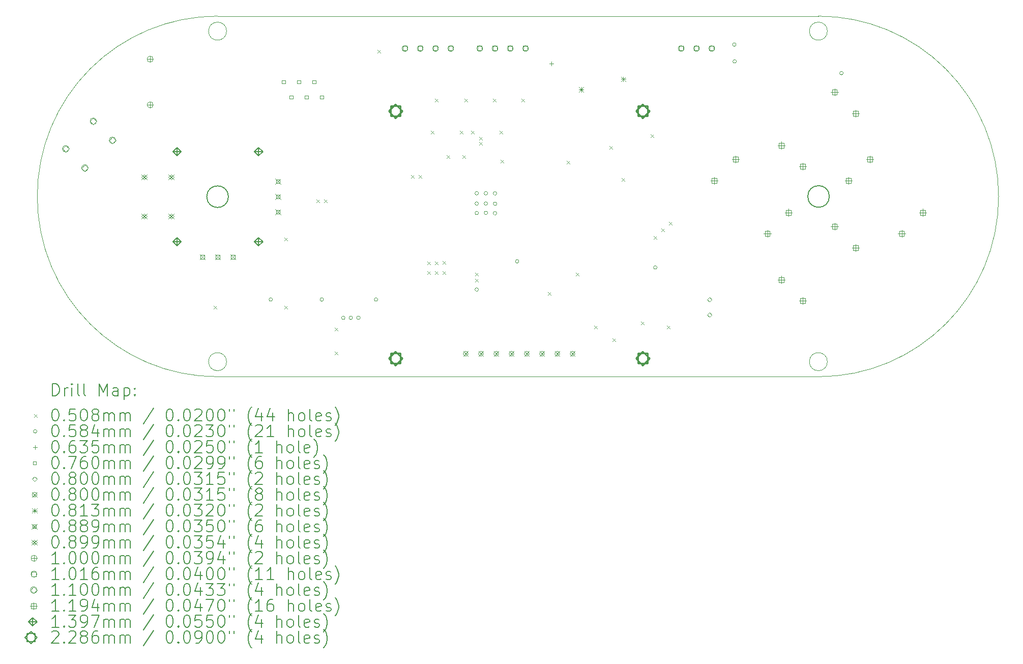
<source format=gbr>
%TF.GenerationSoftware,KiCad,Pcbnew,(6.0.7)*%
%TF.CreationDate,2022-08-17T15:13:06-05:00*%
%TF.ProjectId,Game_Cat_R3,47616d65-5f43-4617-945f-52332e6b6963,3.5*%
%TF.SameCoordinates,Original*%
%TF.FileFunction,Drillmap*%
%TF.FilePolarity,Positive*%
%FSLAX45Y45*%
G04 Gerber Fmt 4.5, Leading zero omitted, Abs format (unit mm)*
G04 Created by KiCad (PCBNEW (6.0.7)) date 2022-08-17 15:13:06*
%MOMM*%
%LPD*%
G01*
G04 APERTURE LIST*
%ADD10C,0.100000*%
%ADD11C,0.200000*%
%ADD12C,0.050800*%
%ADD13C,0.058420*%
%ADD14C,0.063500*%
%ADD15C,0.076000*%
%ADD16C,0.080000*%
%ADD17C,0.080010*%
%ADD18C,0.081280*%
%ADD19C,0.088900*%
%ADD20C,0.089916*%
%ADD21C,0.101600*%
%ADD22C,0.110000*%
%ADD23C,0.119380*%
%ADD24C,0.139700*%
%ADD25C,0.228600*%
G04 APERTURE END LIST*
D10*
X9273000Y-12655000D02*
G75*
G03*
X9273000Y-12655000I-150000J0D01*
G01*
X19273000Y-7155000D02*
G75*
G03*
X19273000Y-7155000I-150000J0D01*
G01*
X19273000Y-12655000D02*
G75*
G03*
X19273000Y-12655000I-150000J0D01*
G01*
D11*
X9303285Y-9909275D02*
G75*
G03*
X9303285Y-9909275I-179605J0D01*
G01*
X19305805Y-9906000D02*
G75*
G03*
X19305805Y-9906000I-179605J0D01*
G01*
D10*
X6123000Y-9905000D02*
G75*
G03*
X9123000Y-12905000I3000000J0D01*
G01*
X9123000Y-6905000D02*
G75*
G03*
X6123000Y-9905000I0J-3000000D01*
G01*
X19123000Y-12905000D02*
X9123000Y-12905000D01*
X22123000Y-9905000D02*
G75*
G03*
X19123000Y-6905000I-3000000J0D01*
G01*
X9123000Y-6905000D02*
X19123000Y-6905000D01*
X9273000Y-7155000D02*
G75*
G03*
X9273000Y-7155000I-150000J0D01*
G01*
X19123000Y-12905000D02*
G75*
G03*
X22123000Y-9905000I0J3000000D01*
G01*
D11*
D12*
X9055100Y-11728450D02*
X9105900Y-11779250D01*
X9105900Y-11728450D02*
X9055100Y-11779250D01*
X10236200Y-10591800D02*
X10287000Y-10642600D01*
X10287000Y-10591800D02*
X10236200Y-10642600D01*
X10236200Y-11728450D02*
X10287000Y-11779250D01*
X10287000Y-11728450D02*
X10236200Y-11779250D01*
X10769600Y-9956003D02*
X10820400Y-10006803D01*
X10820400Y-9956003D02*
X10769600Y-10006803D01*
X10891520Y-9956800D02*
X10942320Y-10007600D01*
X10942320Y-9956800D02*
X10891520Y-10007600D01*
X11074400Y-12090400D02*
X11125200Y-12141200D01*
X11125200Y-12090400D02*
X11074400Y-12141200D01*
X11074400Y-12484100D02*
X11125200Y-12534900D01*
X11125200Y-12484100D02*
X11074400Y-12534900D01*
X11785600Y-7467600D02*
X11836400Y-7518400D01*
X11836400Y-7467600D02*
X11785600Y-7518400D01*
X12344400Y-9550400D02*
X12395200Y-9601200D01*
X12395200Y-9550400D02*
X12344400Y-9601200D01*
X12471400Y-9550400D02*
X12522200Y-9601200D01*
X12522200Y-9550400D02*
X12471400Y-9601200D01*
X12611096Y-11150600D02*
X12661896Y-11201400D01*
X12661896Y-11150600D02*
X12611096Y-11201400D01*
X12611100Y-10985299D02*
X12661900Y-11036099D01*
X12661900Y-10985299D02*
X12611100Y-11036099D01*
X12669720Y-8808720D02*
X12720520Y-8859520D01*
X12720520Y-8808720D02*
X12669720Y-8859520D01*
X12738096Y-11150802D02*
X12788896Y-11201601D01*
X12788896Y-11150802D02*
X12738096Y-11201601D01*
X12738100Y-10985500D02*
X12788900Y-11036300D01*
X12788900Y-10985500D02*
X12738100Y-11036300D01*
X12740640Y-8279384D02*
X12791440Y-8330184D01*
X12791440Y-8279384D02*
X12740640Y-8330184D01*
X12865096Y-11149600D02*
X12915896Y-11200400D01*
X12915896Y-11149600D02*
X12865096Y-11200400D01*
X12865100Y-10984299D02*
X12915900Y-11035099D01*
X12915900Y-10984299D02*
X12865100Y-11035099D01*
X12940125Y-9220200D02*
X12990925Y-9271000D01*
X12990925Y-9220200D02*
X12940125Y-9271000D01*
X13156130Y-8808720D02*
X13206930Y-8859520D01*
X13206930Y-8808720D02*
X13156130Y-8859520D01*
X13195300Y-9220200D02*
X13246100Y-9271000D01*
X13246100Y-9220200D02*
X13195300Y-9271000D01*
X13233400Y-8281924D02*
X13284200Y-8332724D01*
X13284200Y-8281924D02*
X13233400Y-8332724D01*
X13345160Y-8808720D02*
X13395960Y-8859520D01*
X13395960Y-8808720D02*
X13345160Y-8859520D01*
X13411174Y-11275060D02*
X13461974Y-11325860D01*
X13461974Y-11275060D02*
X13411174Y-11325860D01*
X13411200Y-11173460D02*
X13462000Y-11224260D01*
X13462000Y-11173460D02*
X13411200Y-11224260D01*
X13474005Y-8915400D02*
X13524805Y-8966200D01*
X13524805Y-8915400D02*
X13474005Y-8966200D01*
X13479780Y-8999220D02*
X13530580Y-9050020D01*
X13530580Y-8999220D02*
X13479780Y-9050020D01*
X13703300Y-8281924D02*
X13754100Y-8332724D01*
X13754100Y-8281924D02*
X13703300Y-8332724D01*
X13813590Y-8808719D02*
X13864390Y-8859519D01*
X13864390Y-8808719D02*
X13813590Y-8859519D01*
X13830300Y-9296400D02*
X13881100Y-9347200D01*
X13881100Y-9296400D02*
X13830300Y-9347200D01*
X14178280Y-8281924D02*
X14229080Y-8332724D01*
X14229080Y-8281924D02*
X14178280Y-8332724D01*
X14617700Y-11493500D02*
X14668500Y-11544300D01*
X14668500Y-11493500D02*
X14617700Y-11544300D01*
X14935200Y-9315650D02*
X14986000Y-9366450D01*
X14986000Y-9315650D02*
X14935200Y-9366450D01*
X15087600Y-11178540D02*
X15138400Y-11229340D01*
X15138400Y-11178540D02*
X15087600Y-11229340D01*
X15392400Y-12052300D02*
X15443200Y-12103100D01*
X15443200Y-12052300D02*
X15392400Y-12103100D01*
X15646400Y-9067800D02*
X15697200Y-9118600D01*
X15697200Y-9067800D02*
X15646400Y-9118600D01*
X15697200Y-12268200D02*
X15748000Y-12319000D01*
X15748000Y-12268200D02*
X15697200Y-12319000D01*
X15849600Y-9601200D02*
X15900400Y-9652000D01*
X15900400Y-9601200D02*
X15849600Y-9652000D01*
X16167100Y-11988800D02*
X16217900Y-12039600D01*
X16217900Y-11988800D02*
X16167100Y-12039600D01*
X16332200Y-8873900D02*
X16383000Y-8924700D01*
X16383000Y-8873900D02*
X16332200Y-8924700D01*
X16383000Y-10561322D02*
X16433800Y-10612122D01*
X16433800Y-10561322D02*
X16383000Y-10612122D01*
X16510000Y-10439400D02*
X16560800Y-10490200D01*
X16560800Y-10439400D02*
X16510000Y-10490200D01*
X16598900Y-12052300D02*
X16649700Y-12103100D01*
X16649700Y-12052300D02*
X16598900Y-12103100D01*
X16637000Y-10325100D02*
X16687800Y-10375900D01*
X16687800Y-10325100D02*
X16637000Y-10375900D01*
D13*
X10036810Y-11620500D02*
G75*
G03*
X10036810Y-11620500I-29210J0D01*
G01*
X10887710Y-11620500D02*
G75*
G03*
X10887710Y-11620500I-29210J0D01*
G01*
X11245850Y-11925221D02*
G75*
G03*
X11245850Y-11925221I-29210J0D01*
G01*
X11370310Y-11925300D02*
G75*
G03*
X11370310Y-11925300I-29210J0D01*
G01*
X11497310Y-11924301D02*
G75*
G03*
X11497310Y-11924301I-29210J0D01*
G01*
X11789410Y-11620500D02*
G75*
G03*
X11789410Y-11620500I-29210J0D01*
G01*
X13465810Y-9852411D02*
G75*
G03*
X13465810Y-9852411I-29210J0D01*
G01*
X13465810Y-10024042D02*
G75*
G03*
X13465810Y-10024042I-29210J0D01*
G01*
X13465810Y-10180916D02*
G75*
G03*
X13465810Y-10180916I-29210J0D01*
G01*
X13465810Y-11455400D02*
G75*
G03*
X13465810Y-11455400I-29210J0D01*
G01*
X13618210Y-9852411D02*
G75*
G03*
X13618210Y-9852411I-29210J0D01*
G01*
X13618210Y-10023238D02*
G75*
G03*
X13618210Y-10023238I-29210J0D01*
G01*
X13618210Y-10179309D02*
G75*
G03*
X13618210Y-10179309I-29210J0D01*
G01*
X13770610Y-9855200D02*
G75*
G03*
X13770610Y-9855200I-29210J0D01*
G01*
X13770610Y-10027678D02*
G75*
G03*
X13770610Y-10027678I-29210J0D01*
G01*
X13770610Y-10185400D02*
G75*
G03*
X13770610Y-10185400I-29210J0D01*
G01*
X14138910Y-10985500D02*
G75*
G03*
X14138910Y-10985500I-29210J0D01*
G01*
X16437610Y-11087100D02*
G75*
G03*
X16437610Y-11087100I-29210J0D01*
G01*
X17753330Y-7378400D02*
G75*
G03*
X17753330Y-7378400I-29210J0D01*
G01*
X17758410Y-7658400D02*
G75*
G03*
X17758410Y-7658400I-29210J0D01*
G01*
X19536410Y-7853680D02*
G75*
G03*
X19536410Y-7853680I-29210J0D01*
G01*
D14*
X14681200Y-7664450D02*
X14681200Y-7727950D01*
X14649450Y-7696200D02*
X14712950Y-7696200D01*
D15*
X10250370Y-8027870D02*
X10250370Y-7974130D01*
X10196630Y-7974130D01*
X10196630Y-8027870D01*
X10250370Y-8027870D01*
X10377370Y-8281870D02*
X10377370Y-8228130D01*
X10323630Y-8228130D01*
X10323630Y-8281870D01*
X10377370Y-8281870D01*
X10504370Y-8027870D02*
X10504370Y-7974130D01*
X10450630Y-7974130D01*
X10450630Y-8027870D01*
X10504370Y-8027870D01*
X10631370Y-8281870D02*
X10631370Y-8228130D01*
X10577630Y-8228130D01*
X10577630Y-8281870D01*
X10631370Y-8281870D01*
X10758370Y-8027870D02*
X10758370Y-7974130D01*
X10704630Y-7974130D01*
X10704630Y-8027870D01*
X10758370Y-8027870D01*
X10885370Y-8281870D02*
X10885370Y-8228130D01*
X10831630Y-8228130D01*
X10831630Y-8281870D01*
X10885370Y-8281870D01*
D16*
X17310100Y-11660500D02*
X17350100Y-11620500D01*
X17310100Y-11580500D01*
X17270100Y-11620500D01*
X17310100Y-11660500D01*
X17310100Y-11914500D02*
X17350100Y-11874500D01*
X17310100Y-11834500D01*
X17270100Y-11874500D01*
X17310100Y-11914500D01*
D17*
X13213995Y-12482195D02*
X13294005Y-12562205D01*
X13294005Y-12482195D02*
X13213995Y-12562205D01*
X13294005Y-12522200D02*
G75*
G03*
X13294005Y-12522200I-40005J0D01*
G01*
X13467995Y-12482195D02*
X13548005Y-12562205D01*
X13548005Y-12482195D02*
X13467995Y-12562205D01*
X13548005Y-12522200D02*
G75*
G03*
X13548005Y-12522200I-40005J0D01*
G01*
X13721995Y-12482195D02*
X13802005Y-12562205D01*
X13802005Y-12482195D02*
X13721995Y-12562205D01*
X13802005Y-12522200D02*
G75*
G03*
X13802005Y-12522200I-40005J0D01*
G01*
X13975995Y-12482195D02*
X14056005Y-12562205D01*
X14056005Y-12482195D02*
X13975995Y-12562205D01*
X14056005Y-12522200D02*
G75*
G03*
X14056005Y-12522200I-40005J0D01*
G01*
X14229995Y-12482195D02*
X14310005Y-12562205D01*
X14310005Y-12482195D02*
X14229995Y-12562205D01*
X14310005Y-12522200D02*
G75*
G03*
X14310005Y-12522200I-40005J0D01*
G01*
X14483995Y-12482195D02*
X14564005Y-12562205D01*
X14564005Y-12482195D02*
X14483995Y-12562205D01*
X14564005Y-12522200D02*
G75*
G03*
X14564005Y-12522200I-40005J0D01*
G01*
X14737995Y-12482195D02*
X14818005Y-12562205D01*
X14818005Y-12482195D02*
X14737995Y-12562205D01*
X14818005Y-12522200D02*
G75*
G03*
X14818005Y-12522200I-40005J0D01*
G01*
X14991995Y-12482195D02*
X15072005Y-12562205D01*
X15072005Y-12482195D02*
X14991995Y-12562205D01*
X15072005Y-12522200D02*
G75*
G03*
X15072005Y-12522200I-40005J0D01*
G01*
D18*
X15135860Y-8087360D02*
X15217140Y-8168640D01*
X15217140Y-8087360D02*
X15135860Y-8168640D01*
X15176500Y-8087360D02*
X15176500Y-8168640D01*
X15135860Y-8128000D02*
X15217140Y-8128000D01*
X15836900Y-7912100D02*
X15918180Y-7993380D01*
X15918180Y-7912100D02*
X15836900Y-7993380D01*
X15877540Y-7912100D02*
X15877540Y-7993380D01*
X15836900Y-7952740D02*
X15918180Y-7952740D01*
D19*
X8829258Y-10867390D02*
X8918158Y-10956290D01*
X8918158Y-10867390D02*
X8829258Y-10956290D01*
X8905139Y-10943271D02*
X8905139Y-10880409D01*
X8842277Y-10880409D01*
X8842277Y-10943271D01*
X8905139Y-10943271D01*
X9083258Y-10867390D02*
X9172158Y-10956290D01*
X9172158Y-10867390D02*
X9083258Y-10956290D01*
X9159139Y-10943271D02*
X9159139Y-10880409D01*
X9096277Y-10880409D01*
X9096277Y-10943271D01*
X9159139Y-10943271D01*
X9337258Y-10867390D02*
X9426158Y-10956290D01*
X9426158Y-10867390D02*
X9337258Y-10956290D01*
X9413139Y-10943271D02*
X9413139Y-10880409D01*
X9350277Y-10880409D01*
X9350277Y-10943271D01*
X9413139Y-10943271D01*
X10086558Y-9610090D02*
X10175458Y-9698990D01*
X10175458Y-9610090D02*
X10086558Y-9698990D01*
X10162439Y-9685971D02*
X10162439Y-9623109D01*
X10099577Y-9623109D01*
X10099577Y-9685971D01*
X10162439Y-9685971D01*
X10086558Y-9864090D02*
X10175458Y-9952990D01*
X10175458Y-9864090D02*
X10086558Y-9952990D01*
X10162439Y-9939971D02*
X10162439Y-9877109D01*
X10099577Y-9877109D01*
X10099577Y-9939971D01*
X10162439Y-9939971D01*
X10086558Y-10118090D02*
X10175458Y-10206990D01*
X10175458Y-10118090D02*
X10086558Y-10206990D01*
X10162439Y-10193971D02*
X10162439Y-10131109D01*
X10099577Y-10131109D01*
X10099577Y-10193971D01*
X10162439Y-10193971D01*
D20*
X7857750Y-9538582D02*
X7947666Y-9628498D01*
X7947666Y-9538582D02*
X7857750Y-9628498D01*
X7902708Y-9628498D02*
X7947666Y-9583540D01*
X7902708Y-9538582D01*
X7857750Y-9583540D01*
X7902708Y-9628498D01*
X7857750Y-10188582D02*
X7947666Y-10278498D01*
X7947666Y-10188582D02*
X7857750Y-10278498D01*
X7902708Y-10278498D02*
X7947666Y-10233540D01*
X7902708Y-10188582D01*
X7857750Y-10233540D01*
X7902708Y-10278498D01*
X8307750Y-9538582D02*
X8397666Y-9628498D01*
X8397666Y-9538582D02*
X8307750Y-9628498D01*
X8352708Y-9628498D02*
X8397666Y-9583540D01*
X8352708Y-9538582D01*
X8307750Y-9583540D01*
X8352708Y-9628498D01*
X8307750Y-10188582D02*
X8397666Y-10278498D01*
X8397666Y-10188582D02*
X8307750Y-10278498D01*
X8352708Y-10278498D02*
X8397666Y-10233540D01*
X8352708Y-10188582D01*
X8307750Y-10233540D01*
X8352708Y-10278498D01*
D10*
X8001000Y-7571000D02*
X8001000Y-7671000D01*
X7951000Y-7621000D02*
X8051000Y-7621000D01*
X8051000Y-7621000D02*
G75*
G03*
X8051000Y-7621000I-50000J0D01*
G01*
X8001000Y-8331000D02*
X8001000Y-8431000D01*
X7951000Y-8381000D02*
X8051000Y-8381000D01*
X8051000Y-8381000D02*
G75*
G03*
X8051000Y-8381000I-50000J0D01*
G01*
D21*
X12279145Y-7478121D02*
X12279145Y-7406279D01*
X12207302Y-7406279D01*
X12207302Y-7478121D01*
X12279145Y-7478121D01*
X12294023Y-7442200D02*
G75*
G03*
X12294023Y-7442200I-50800J0D01*
G01*
X12533145Y-7478121D02*
X12533145Y-7406279D01*
X12461302Y-7406279D01*
X12461302Y-7478121D01*
X12533145Y-7478121D01*
X12548023Y-7442200D02*
G75*
G03*
X12548023Y-7442200I-50800J0D01*
G01*
X12787145Y-7478121D02*
X12787145Y-7406279D01*
X12715302Y-7406279D01*
X12715302Y-7478121D01*
X12787145Y-7478121D01*
X12802023Y-7442200D02*
G75*
G03*
X12802023Y-7442200I-50800J0D01*
G01*
X13041145Y-7478121D02*
X13041145Y-7406279D01*
X12969302Y-7406279D01*
X12969302Y-7478121D01*
X13041145Y-7478121D01*
X13056023Y-7442200D02*
G75*
G03*
X13056023Y-7442200I-50800J0D01*
G01*
X13522898Y-7478121D02*
X13522898Y-7406279D01*
X13451055Y-7406279D01*
X13451055Y-7478121D01*
X13522898Y-7478121D01*
X13537777Y-7442200D02*
G75*
G03*
X13537777Y-7442200I-50800J0D01*
G01*
X13776898Y-7478121D02*
X13776898Y-7406279D01*
X13705055Y-7406279D01*
X13705055Y-7478121D01*
X13776898Y-7478121D01*
X13791777Y-7442200D02*
G75*
G03*
X13791777Y-7442200I-50800J0D01*
G01*
X14030898Y-7478121D02*
X14030898Y-7406279D01*
X13959055Y-7406279D01*
X13959055Y-7478121D01*
X14030898Y-7478121D01*
X14045777Y-7442200D02*
G75*
G03*
X14045777Y-7442200I-50800J0D01*
G01*
X14284898Y-7478121D02*
X14284898Y-7406279D01*
X14213055Y-7406279D01*
X14213055Y-7478121D01*
X14284898Y-7478121D01*
X14299777Y-7442200D02*
G75*
G03*
X14299777Y-7442200I-50800J0D01*
G01*
X16876121Y-7478121D02*
X16876121Y-7406279D01*
X16804279Y-7406279D01*
X16804279Y-7478121D01*
X16876121Y-7478121D01*
X16891000Y-7442200D02*
G75*
G03*
X16891000Y-7442200I-50800J0D01*
G01*
X17130121Y-7478121D02*
X17130121Y-7406279D01*
X17058279Y-7406279D01*
X17058279Y-7478121D01*
X17130121Y-7478121D01*
X17145000Y-7442200D02*
G75*
G03*
X17145000Y-7442200I-50800J0D01*
G01*
X17384121Y-7478121D02*
X17384121Y-7406279D01*
X17312279Y-7406279D01*
X17312279Y-7478121D01*
X17384121Y-7478121D01*
X17399000Y-7442200D02*
G75*
G03*
X17399000Y-7442200I-50800J0D01*
G01*
D22*
X6596091Y-9167995D02*
X6651091Y-9112995D01*
X6596091Y-9057995D01*
X6541091Y-9112995D01*
X6596091Y-9167995D01*
X6651091Y-9112995D02*
G75*
G03*
X6651091Y-9112995I-55000J0D01*
G01*
X6914289Y-9486193D02*
X6969289Y-9431193D01*
X6914289Y-9376193D01*
X6859289Y-9431193D01*
X6914289Y-9486193D01*
X6969289Y-9431193D02*
G75*
G03*
X6969289Y-9431193I-55000J0D01*
G01*
X7055711Y-8708375D02*
X7110711Y-8653375D01*
X7055711Y-8598375D01*
X7000711Y-8653375D01*
X7055711Y-8708375D01*
X7110711Y-8653375D02*
G75*
G03*
X7110711Y-8653375I-55000J0D01*
G01*
X7373909Y-9026573D02*
X7428909Y-8971573D01*
X7373909Y-8916573D01*
X7318909Y-8971573D01*
X7373909Y-9026573D01*
X7428909Y-8971573D02*
G75*
G03*
X7428909Y-8971573I-55000J0D01*
G01*
D23*
X17390758Y-9580494D02*
X17390758Y-9699874D01*
X17331068Y-9640184D02*
X17450448Y-9640184D01*
X17432966Y-9682392D02*
X17432966Y-9597977D01*
X17348551Y-9597977D01*
X17348551Y-9682392D01*
X17432966Y-9682392D01*
X17742784Y-9228468D02*
X17742784Y-9347848D01*
X17683094Y-9288158D02*
X17802474Y-9288158D01*
X17784992Y-9330366D02*
X17784992Y-9245951D01*
X17700577Y-9245951D01*
X17700577Y-9330366D01*
X17784992Y-9330366D01*
X18274416Y-10464152D02*
X18274416Y-10583532D01*
X18214726Y-10523842D02*
X18334106Y-10523842D01*
X18316623Y-10566049D02*
X18316623Y-10481634D01*
X18232208Y-10481634D01*
X18232208Y-10566049D01*
X18316623Y-10566049D01*
X18508358Y-8994526D02*
X18508358Y-9113906D01*
X18448668Y-9054216D02*
X18568048Y-9054216D01*
X18550566Y-9096423D02*
X18550566Y-9012008D01*
X18466151Y-9012008D01*
X18466151Y-9096423D01*
X18550566Y-9096423D01*
X18508358Y-11229726D02*
X18508358Y-11349106D01*
X18448668Y-11289416D02*
X18568048Y-11289416D01*
X18550566Y-11331623D02*
X18550566Y-11247208D01*
X18466151Y-11247208D01*
X18466151Y-11331623D01*
X18550566Y-11331623D01*
X18626442Y-10112126D02*
X18626442Y-10231506D01*
X18566752Y-10171816D02*
X18686132Y-10171816D01*
X18668649Y-10214023D02*
X18668649Y-10129608D01*
X18584234Y-10129608D01*
X18584234Y-10214023D01*
X18668649Y-10214023D01*
X18860384Y-9346552D02*
X18860384Y-9465932D01*
X18800694Y-9406242D02*
X18920074Y-9406242D01*
X18902592Y-9448449D02*
X18902592Y-9364034D01*
X18818177Y-9364034D01*
X18818177Y-9448449D01*
X18902592Y-9448449D01*
X18860384Y-11581752D02*
X18860384Y-11701132D01*
X18800694Y-11641442D02*
X18920074Y-11641442D01*
X18902592Y-11683649D02*
X18902592Y-11599234D01*
X18818177Y-11599234D01*
X18818177Y-11683649D01*
X18902592Y-11683649D01*
X19392016Y-8110868D02*
X19392016Y-8230248D01*
X19332326Y-8170558D02*
X19451706Y-8170558D01*
X19434223Y-8212766D02*
X19434223Y-8128351D01*
X19349808Y-8128351D01*
X19349808Y-8212766D01*
X19434223Y-8212766D01*
X19392016Y-10346068D02*
X19392016Y-10465448D01*
X19332326Y-10405758D02*
X19451706Y-10405758D01*
X19434223Y-10447966D02*
X19434223Y-10363551D01*
X19349808Y-10363551D01*
X19349808Y-10447966D01*
X19434223Y-10447966D01*
X19625958Y-9580494D02*
X19625958Y-9699874D01*
X19566268Y-9640184D02*
X19685648Y-9640184D01*
X19668166Y-9682392D02*
X19668166Y-9597977D01*
X19583751Y-9597977D01*
X19583751Y-9682392D01*
X19668166Y-9682392D01*
X19744042Y-8462894D02*
X19744042Y-8582274D01*
X19684352Y-8522584D02*
X19803732Y-8522584D01*
X19786249Y-8564792D02*
X19786249Y-8480377D01*
X19701834Y-8480377D01*
X19701834Y-8564792D01*
X19786249Y-8564792D01*
X19744042Y-10698094D02*
X19744042Y-10817474D01*
X19684352Y-10757784D02*
X19803732Y-10757784D01*
X19786249Y-10799992D02*
X19786249Y-10715577D01*
X19701834Y-10715577D01*
X19701834Y-10799992D01*
X19786249Y-10799992D01*
X19977984Y-9228468D02*
X19977984Y-9347848D01*
X19918294Y-9288158D02*
X20037674Y-9288158D01*
X20020192Y-9330366D02*
X20020192Y-9245951D01*
X19935777Y-9245951D01*
X19935777Y-9330366D01*
X20020192Y-9330366D01*
X20509616Y-10464152D02*
X20509616Y-10583532D01*
X20449926Y-10523842D02*
X20569306Y-10523842D01*
X20551823Y-10566049D02*
X20551823Y-10481634D01*
X20467408Y-10481634D01*
X20467408Y-10566049D01*
X20551823Y-10566049D01*
X20861642Y-10112126D02*
X20861642Y-10231506D01*
X20801952Y-10171816D02*
X20921332Y-10171816D01*
X20903849Y-10214023D02*
X20903849Y-10129608D01*
X20819434Y-10129608D01*
X20819434Y-10214023D01*
X20903849Y-10214023D01*
D24*
X8448258Y-9089390D02*
X8448258Y-9229090D01*
X8378408Y-9159240D02*
X8518108Y-9159240D01*
X8448258Y-9229090D02*
X8518108Y-9159240D01*
X8448258Y-9089390D01*
X8378408Y-9159240D01*
X8448258Y-9229090D01*
X8448258Y-10587990D02*
X8448258Y-10727690D01*
X8378408Y-10657840D02*
X8518108Y-10657840D01*
X8448258Y-10727690D02*
X8518108Y-10657840D01*
X8448258Y-10587990D01*
X8378408Y-10657840D01*
X8448258Y-10727690D01*
X9807158Y-9089390D02*
X9807158Y-9229090D01*
X9737308Y-9159240D02*
X9877008Y-9159240D01*
X9807158Y-9229090D02*
X9877008Y-9159240D01*
X9807158Y-9089390D01*
X9737308Y-9159240D01*
X9807158Y-9229090D01*
X9807158Y-10587990D02*
X9807158Y-10727690D01*
X9737308Y-10657840D02*
X9877008Y-10657840D01*
X9807158Y-10727690D02*
X9877008Y-10657840D01*
X9807158Y-10587990D01*
X9737308Y-10657840D01*
X9807158Y-10727690D01*
D25*
X12084600Y-8597100D02*
X12198900Y-8482800D01*
X12084600Y-8368500D01*
X11970300Y-8482800D01*
X12084600Y-8597100D01*
X12165423Y-8563623D02*
X12165423Y-8401977D01*
X12003777Y-8401977D01*
X12003777Y-8563623D01*
X12165423Y-8563623D01*
X12084600Y-12711900D02*
X12198900Y-12597600D01*
X12084600Y-12483300D01*
X11970300Y-12597600D01*
X12084600Y-12711900D01*
X12165423Y-12678423D02*
X12165423Y-12516777D01*
X12003777Y-12516777D01*
X12003777Y-12678423D01*
X12165423Y-12678423D01*
X16199400Y-8597100D02*
X16313700Y-8482800D01*
X16199400Y-8368500D01*
X16085100Y-8482800D01*
X16199400Y-8597100D01*
X16280223Y-8563623D02*
X16280223Y-8401977D01*
X16118577Y-8401977D01*
X16118577Y-8563623D01*
X16280223Y-8563623D01*
X16199400Y-12711900D02*
X16313700Y-12597600D01*
X16199400Y-12483300D01*
X16085100Y-12597600D01*
X16199400Y-12711900D01*
X16280223Y-12678423D02*
X16280223Y-12516777D01*
X16118577Y-12516777D01*
X16118577Y-12678423D01*
X16280223Y-12678423D01*
D11*
X6375619Y-13220476D02*
X6375619Y-13020476D01*
X6423238Y-13020476D01*
X6451809Y-13030000D01*
X6470857Y-13049048D01*
X6480381Y-13068095D01*
X6489905Y-13106190D01*
X6489905Y-13134762D01*
X6480381Y-13172857D01*
X6470857Y-13191905D01*
X6451809Y-13210952D01*
X6423238Y-13220476D01*
X6375619Y-13220476D01*
X6575619Y-13220476D02*
X6575619Y-13087143D01*
X6575619Y-13125238D02*
X6585143Y-13106190D01*
X6594667Y-13096667D01*
X6613714Y-13087143D01*
X6632762Y-13087143D01*
X6699428Y-13220476D02*
X6699428Y-13087143D01*
X6699428Y-13020476D02*
X6689905Y-13030000D01*
X6699428Y-13039524D01*
X6708952Y-13030000D01*
X6699428Y-13020476D01*
X6699428Y-13039524D01*
X6823238Y-13220476D02*
X6804190Y-13210952D01*
X6794667Y-13191905D01*
X6794667Y-13020476D01*
X6928000Y-13220476D02*
X6908952Y-13210952D01*
X6899428Y-13191905D01*
X6899428Y-13020476D01*
X7156571Y-13220476D02*
X7156571Y-13020476D01*
X7223238Y-13163333D01*
X7289905Y-13020476D01*
X7289905Y-13220476D01*
X7470857Y-13220476D02*
X7470857Y-13115714D01*
X7461333Y-13096667D01*
X7442286Y-13087143D01*
X7404190Y-13087143D01*
X7385143Y-13096667D01*
X7470857Y-13210952D02*
X7451809Y-13220476D01*
X7404190Y-13220476D01*
X7385143Y-13210952D01*
X7375619Y-13191905D01*
X7375619Y-13172857D01*
X7385143Y-13153809D01*
X7404190Y-13144286D01*
X7451809Y-13144286D01*
X7470857Y-13134762D01*
X7566095Y-13087143D02*
X7566095Y-13287143D01*
X7566095Y-13096667D02*
X7585143Y-13087143D01*
X7623238Y-13087143D01*
X7642286Y-13096667D01*
X7651809Y-13106190D01*
X7661333Y-13125238D01*
X7661333Y-13182381D01*
X7651809Y-13201428D01*
X7642286Y-13210952D01*
X7623238Y-13220476D01*
X7585143Y-13220476D01*
X7566095Y-13210952D01*
X7747048Y-13201428D02*
X7756571Y-13210952D01*
X7747048Y-13220476D01*
X7737524Y-13210952D01*
X7747048Y-13201428D01*
X7747048Y-13220476D01*
X7747048Y-13096667D02*
X7756571Y-13106190D01*
X7747048Y-13115714D01*
X7737524Y-13106190D01*
X7747048Y-13096667D01*
X7747048Y-13115714D01*
D12*
X6067200Y-13524600D02*
X6118000Y-13575400D01*
X6118000Y-13524600D02*
X6067200Y-13575400D01*
D11*
X6413714Y-13440476D02*
X6432762Y-13440476D01*
X6451809Y-13450000D01*
X6461333Y-13459524D01*
X6470857Y-13478571D01*
X6480381Y-13516667D01*
X6480381Y-13564286D01*
X6470857Y-13602381D01*
X6461333Y-13621428D01*
X6451809Y-13630952D01*
X6432762Y-13640476D01*
X6413714Y-13640476D01*
X6394667Y-13630952D01*
X6385143Y-13621428D01*
X6375619Y-13602381D01*
X6366095Y-13564286D01*
X6366095Y-13516667D01*
X6375619Y-13478571D01*
X6385143Y-13459524D01*
X6394667Y-13450000D01*
X6413714Y-13440476D01*
X6566095Y-13621428D02*
X6575619Y-13630952D01*
X6566095Y-13640476D01*
X6556571Y-13630952D01*
X6566095Y-13621428D01*
X6566095Y-13640476D01*
X6756571Y-13440476D02*
X6661333Y-13440476D01*
X6651809Y-13535714D01*
X6661333Y-13526190D01*
X6680381Y-13516667D01*
X6728000Y-13516667D01*
X6747048Y-13526190D01*
X6756571Y-13535714D01*
X6766095Y-13554762D01*
X6766095Y-13602381D01*
X6756571Y-13621428D01*
X6747048Y-13630952D01*
X6728000Y-13640476D01*
X6680381Y-13640476D01*
X6661333Y-13630952D01*
X6651809Y-13621428D01*
X6889905Y-13440476D02*
X6908952Y-13440476D01*
X6928000Y-13450000D01*
X6937524Y-13459524D01*
X6947048Y-13478571D01*
X6956571Y-13516667D01*
X6956571Y-13564286D01*
X6947048Y-13602381D01*
X6937524Y-13621428D01*
X6928000Y-13630952D01*
X6908952Y-13640476D01*
X6889905Y-13640476D01*
X6870857Y-13630952D01*
X6861333Y-13621428D01*
X6851809Y-13602381D01*
X6842286Y-13564286D01*
X6842286Y-13516667D01*
X6851809Y-13478571D01*
X6861333Y-13459524D01*
X6870857Y-13450000D01*
X6889905Y-13440476D01*
X7070857Y-13526190D02*
X7051809Y-13516667D01*
X7042286Y-13507143D01*
X7032762Y-13488095D01*
X7032762Y-13478571D01*
X7042286Y-13459524D01*
X7051809Y-13450000D01*
X7070857Y-13440476D01*
X7108952Y-13440476D01*
X7128000Y-13450000D01*
X7137524Y-13459524D01*
X7147048Y-13478571D01*
X7147048Y-13488095D01*
X7137524Y-13507143D01*
X7128000Y-13516667D01*
X7108952Y-13526190D01*
X7070857Y-13526190D01*
X7051809Y-13535714D01*
X7042286Y-13545238D01*
X7032762Y-13564286D01*
X7032762Y-13602381D01*
X7042286Y-13621428D01*
X7051809Y-13630952D01*
X7070857Y-13640476D01*
X7108952Y-13640476D01*
X7128000Y-13630952D01*
X7137524Y-13621428D01*
X7147048Y-13602381D01*
X7147048Y-13564286D01*
X7137524Y-13545238D01*
X7128000Y-13535714D01*
X7108952Y-13526190D01*
X7232762Y-13640476D02*
X7232762Y-13507143D01*
X7232762Y-13526190D02*
X7242286Y-13516667D01*
X7261333Y-13507143D01*
X7289905Y-13507143D01*
X7308952Y-13516667D01*
X7318476Y-13535714D01*
X7318476Y-13640476D01*
X7318476Y-13535714D02*
X7328000Y-13516667D01*
X7347048Y-13507143D01*
X7375619Y-13507143D01*
X7394667Y-13516667D01*
X7404190Y-13535714D01*
X7404190Y-13640476D01*
X7499428Y-13640476D02*
X7499428Y-13507143D01*
X7499428Y-13526190D02*
X7508952Y-13516667D01*
X7528000Y-13507143D01*
X7556571Y-13507143D01*
X7575619Y-13516667D01*
X7585143Y-13535714D01*
X7585143Y-13640476D01*
X7585143Y-13535714D02*
X7594667Y-13516667D01*
X7613714Y-13507143D01*
X7642286Y-13507143D01*
X7661333Y-13516667D01*
X7670857Y-13535714D01*
X7670857Y-13640476D01*
X8061333Y-13430952D02*
X7889905Y-13688095D01*
X8318476Y-13440476D02*
X8337524Y-13440476D01*
X8356571Y-13450000D01*
X8366095Y-13459524D01*
X8375619Y-13478571D01*
X8385143Y-13516667D01*
X8385143Y-13564286D01*
X8375619Y-13602381D01*
X8366095Y-13621428D01*
X8356571Y-13630952D01*
X8337524Y-13640476D01*
X8318476Y-13640476D01*
X8299428Y-13630952D01*
X8289905Y-13621428D01*
X8280381Y-13602381D01*
X8270857Y-13564286D01*
X8270857Y-13516667D01*
X8280381Y-13478571D01*
X8289905Y-13459524D01*
X8299428Y-13450000D01*
X8318476Y-13440476D01*
X8470857Y-13621428D02*
X8480381Y-13630952D01*
X8470857Y-13640476D01*
X8461333Y-13630952D01*
X8470857Y-13621428D01*
X8470857Y-13640476D01*
X8604190Y-13440476D02*
X8623238Y-13440476D01*
X8642286Y-13450000D01*
X8651810Y-13459524D01*
X8661333Y-13478571D01*
X8670857Y-13516667D01*
X8670857Y-13564286D01*
X8661333Y-13602381D01*
X8651810Y-13621428D01*
X8642286Y-13630952D01*
X8623238Y-13640476D01*
X8604190Y-13640476D01*
X8585143Y-13630952D01*
X8575619Y-13621428D01*
X8566095Y-13602381D01*
X8556571Y-13564286D01*
X8556571Y-13516667D01*
X8566095Y-13478571D01*
X8575619Y-13459524D01*
X8585143Y-13450000D01*
X8604190Y-13440476D01*
X8747048Y-13459524D02*
X8756571Y-13450000D01*
X8775619Y-13440476D01*
X8823238Y-13440476D01*
X8842286Y-13450000D01*
X8851810Y-13459524D01*
X8861333Y-13478571D01*
X8861333Y-13497619D01*
X8851810Y-13526190D01*
X8737524Y-13640476D01*
X8861333Y-13640476D01*
X8985143Y-13440476D02*
X9004190Y-13440476D01*
X9023238Y-13450000D01*
X9032762Y-13459524D01*
X9042286Y-13478571D01*
X9051810Y-13516667D01*
X9051810Y-13564286D01*
X9042286Y-13602381D01*
X9032762Y-13621428D01*
X9023238Y-13630952D01*
X9004190Y-13640476D01*
X8985143Y-13640476D01*
X8966095Y-13630952D01*
X8956571Y-13621428D01*
X8947048Y-13602381D01*
X8937524Y-13564286D01*
X8937524Y-13516667D01*
X8947048Y-13478571D01*
X8956571Y-13459524D01*
X8966095Y-13450000D01*
X8985143Y-13440476D01*
X9175619Y-13440476D02*
X9194667Y-13440476D01*
X9213714Y-13450000D01*
X9223238Y-13459524D01*
X9232762Y-13478571D01*
X9242286Y-13516667D01*
X9242286Y-13564286D01*
X9232762Y-13602381D01*
X9223238Y-13621428D01*
X9213714Y-13630952D01*
X9194667Y-13640476D01*
X9175619Y-13640476D01*
X9156571Y-13630952D01*
X9147048Y-13621428D01*
X9137524Y-13602381D01*
X9128000Y-13564286D01*
X9128000Y-13516667D01*
X9137524Y-13478571D01*
X9147048Y-13459524D01*
X9156571Y-13450000D01*
X9175619Y-13440476D01*
X9318476Y-13440476D02*
X9318476Y-13478571D01*
X9394667Y-13440476D02*
X9394667Y-13478571D01*
X9689905Y-13716667D02*
X9680381Y-13707143D01*
X9661333Y-13678571D01*
X9651810Y-13659524D01*
X9642286Y-13630952D01*
X9632762Y-13583333D01*
X9632762Y-13545238D01*
X9642286Y-13497619D01*
X9651810Y-13469048D01*
X9661333Y-13450000D01*
X9680381Y-13421428D01*
X9689905Y-13411905D01*
X9851810Y-13507143D02*
X9851810Y-13640476D01*
X9804190Y-13430952D02*
X9756571Y-13573809D01*
X9880381Y-13573809D01*
X10042286Y-13507143D02*
X10042286Y-13640476D01*
X9994667Y-13430952D02*
X9947048Y-13573809D01*
X10070857Y-13573809D01*
X10299429Y-13640476D02*
X10299429Y-13440476D01*
X10385143Y-13640476D02*
X10385143Y-13535714D01*
X10375619Y-13516667D01*
X10356571Y-13507143D01*
X10328000Y-13507143D01*
X10308952Y-13516667D01*
X10299429Y-13526190D01*
X10508952Y-13640476D02*
X10489905Y-13630952D01*
X10480381Y-13621428D01*
X10470857Y-13602381D01*
X10470857Y-13545238D01*
X10480381Y-13526190D01*
X10489905Y-13516667D01*
X10508952Y-13507143D01*
X10537524Y-13507143D01*
X10556571Y-13516667D01*
X10566095Y-13526190D01*
X10575619Y-13545238D01*
X10575619Y-13602381D01*
X10566095Y-13621428D01*
X10556571Y-13630952D01*
X10537524Y-13640476D01*
X10508952Y-13640476D01*
X10689905Y-13640476D02*
X10670857Y-13630952D01*
X10661333Y-13611905D01*
X10661333Y-13440476D01*
X10842286Y-13630952D02*
X10823238Y-13640476D01*
X10785143Y-13640476D01*
X10766095Y-13630952D01*
X10756571Y-13611905D01*
X10756571Y-13535714D01*
X10766095Y-13516667D01*
X10785143Y-13507143D01*
X10823238Y-13507143D01*
X10842286Y-13516667D01*
X10851810Y-13535714D01*
X10851810Y-13554762D01*
X10756571Y-13573809D01*
X10928000Y-13630952D02*
X10947048Y-13640476D01*
X10985143Y-13640476D01*
X11004190Y-13630952D01*
X11013714Y-13611905D01*
X11013714Y-13602381D01*
X11004190Y-13583333D01*
X10985143Y-13573809D01*
X10956571Y-13573809D01*
X10937524Y-13564286D01*
X10928000Y-13545238D01*
X10928000Y-13535714D01*
X10937524Y-13516667D01*
X10956571Y-13507143D01*
X10985143Y-13507143D01*
X11004190Y-13516667D01*
X11080381Y-13716667D02*
X11089905Y-13707143D01*
X11108952Y-13678571D01*
X11118476Y-13659524D01*
X11128000Y-13630952D01*
X11137524Y-13583333D01*
X11137524Y-13545238D01*
X11128000Y-13497619D01*
X11118476Y-13469048D01*
X11108952Y-13450000D01*
X11089905Y-13421428D01*
X11080381Y-13411905D01*
D13*
X6118000Y-13814000D02*
G75*
G03*
X6118000Y-13814000I-29210J0D01*
G01*
D11*
X6413714Y-13704476D02*
X6432762Y-13704476D01*
X6451809Y-13714000D01*
X6461333Y-13723524D01*
X6470857Y-13742571D01*
X6480381Y-13780667D01*
X6480381Y-13828286D01*
X6470857Y-13866381D01*
X6461333Y-13885428D01*
X6451809Y-13894952D01*
X6432762Y-13904476D01*
X6413714Y-13904476D01*
X6394667Y-13894952D01*
X6385143Y-13885428D01*
X6375619Y-13866381D01*
X6366095Y-13828286D01*
X6366095Y-13780667D01*
X6375619Y-13742571D01*
X6385143Y-13723524D01*
X6394667Y-13714000D01*
X6413714Y-13704476D01*
X6566095Y-13885428D02*
X6575619Y-13894952D01*
X6566095Y-13904476D01*
X6556571Y-13894952D01*
X6566095Y-13885428D01*
X6566095Y-13904476D01*
X6756571Y-13704476D02*
X6661333Y-13704476D01*
X6651809Y-13799714D01*
X6661333Y-13790190D01*
X6680381Y-13780667D01*
X6728000Y-13780667D01*
X6747048Y-13790190D01*
X6756571Y-13799714D01*
X6766095Y-13818762D01*
X6766095Y-13866381D01*
X6756571Y-13885428D01*
X6747048Y-13894952D01*
X6728000Y-13904476D01*
X6680381Y-13904476D01*
X6661333Y-13894952D01*
X6651809Y-13885428D01*
X6880381Y-13790190D02*
X6861333Y-13780667D01*
X6851809Y-13771143D01*
X6842286Y-13752095D01*
X6842286Y-13742571D01*
X6851809Y-13723524D01*
X6861333Y-13714000D01*
X6880381Y-13704476D01*
X6918476Y-13704476D01*
X6937524Y-13714000D01*
X6947048Y-13723524D01*
X6956571Y-13742571D01*
X6956571Y-13752095D01*
X6947048Y-13771143D01*
X6937524Y-13780667D01*
X6918476Y-13790190D01*
X6880381Y-13790190D01*
X6861333Y-13799714D01*
X6851809Y-13809238D01*
X6842286Y-13828286D01*
X6842286Y-13866381D01*
X6851809Y-13885428D01*
X6861333Y-13894952D01*
X6880381Y-13904476D01*
X6918476Y-13904476D01*
X6937524Y-13894952D01*
X6947048Y-13885428D01*
X6956571Y-13866381D01*
X6956571Y-13828286D01*
X6947048Y-13809238D01*
X6937524Y-13799714D01*
X6918476Y-13790190D01*
X7128000Y-13771143D02*
X7128000Y-13904476D01*
X7080381Y-13694952D02*
X7032762Y-13837809D01*
X7156571Y-13837809D01*
X7232762Y-13904476D02*
X7232762Y-13771143D01*
X7232762Y-13790190D02*
X7242286Y-13780667D01*
X7261333Y-13771143D01*
X7289905Y-13771143D01*
X7308952Y-13780667D01*
X7318476Y-13799714D01*
X7318476Y-13904476D01*
X7318476Y-13799714D02*
X7328000Y-13780667D01*
X7347048Y-13771143D01*
X7375619Y-13771143D01*
X7394667Y-13780667D01*
X7404190Y-13799714D01*
X7404190Y-13904476D01*
X7499428Y-13904476D02*
X7499428Y-13771143D01*
X7499428Y-13790190D02*
X7508952Y-13780667D01*
X7528000Y-13771143D01*
X7556571Y-13771143D01*
X7575619Y-13780667D01*
X7585143Y-13799714D01*
X7585143Y-13904476D01*
X7585143Y-13799714D02*
X7594667Y-13780667D01*
X7613714Y-13771143D01*
X7642286Y-13771143D01*
X7661333Y-13780667D01*
X7670857Y-13799714D01*
X7670857Y-13904476D01*
X8061333Y-13694952D02*
X7889905Y-13952095D01*
X8318476Y-13704476D02*
X8337524Y-13704476D01*
X8356571Y-13714000D01*
X8366095Y-13723524D01*
X8375619Y-13742571D01*
X8385143Y-13780667D01*
X8385143Y-13828286D01*
X8375619Y-13866381D01*
X8366095Y-13885428D01*
X8356571Y-13894952D01*
X8337524Y-13904476D01*
X8318476Y-13904476D01*
X8299428Y-13894952D01*
X8289905Y-13885428D01*
X8280381Y-13866381D01*
X8270857Y-13828286D01*
X8270857Y-13780667D01*
X8280381Y-13742571D01*
X8289905Y-13723524D01*
X8299428Y-13714000D01*
X8318476Y-13704476D01*
X8470857Y-13885428D02*
X8480381Y-13894952D01*
X8470857Y-13904476D01*
X8461333Y-13894952D01*
X8470857Y-13885428D01*
X8470857Y-13904476D01*
X8604190Y-13704476D02*
X8623238Y-13704476D01*
X8642286Y-13714000D01*
X8651810Y-13723524D01*
X8661333Y-13742571D01*
X8670857Y-13780667D01*
X8670857Y-13828286D01*
X8661333Y-13866381D01*
X8651810Y-13885428D01*
X8642286Y-13894952D01*
X8623238Y-13904476D01*
X8604190Y-13904476D01*
X8585143Y-13894952D01*
X8575619Y-13885428D01*
X8566095Y-13866381D01*
X8556571Y-13828286D01*
X8556571Y-13780667D01*
X8566095Y-13742571D01*
X8575619Y-13723524D01*
X8585143Y-13714000D01*
X8604190Y-13704476D01*
X8747048Y-13723524D02*
X8756571Y-13714000D01*
X8775619Y-13704476D01*
X8823238Y-13704476D01*
X8842286Y-13714000D01*
X8851810Y-13723524D01*
X8861333Y-13742571D01*
X8861333Y-13761619D01*
X8851810Y-13790190D01*
X8737524Y-13904476D01*
X8861333Y-13904476D01*
X8928000Y-13704476D02*
X9051810Y-13704476D01*
X8985143Y-13780667D01*
X9013714Y-13780667D01*
X9032762Y-13790190D01*
X9042286Y-13799714D01*
X9051810Y-13818762D01*
X9051810Y-13866381D01*
X9042286Y-13885428D01*
X9032762Y-13894952D01*
X9013714Y-13904476D01*
X8956571Y-13904476D01*
X8937524Y-13894952D01*
X8928000Y-13885428D01*
X9175619Y-13704476D02*
X9194667Y-13704476D01*
X9213714Y-13714000D01*
X9223238Y-13723524D01*
X9232762Y-13742571D01*
X9242286Y-13780667D01*
X9242286Y-13828286D01*
X9232762Y-13866381D01*
X9223238Y-13885428D01*
X9213714Y-13894952D01*
X9194667Y-13904476D01*
X9175619Y-13904476D01*
X9156571Y-13894952D01*
X9147048Y-13885428D01*
X9137524Y-13866381D01*
X9128000Y-13828286D01*
X9128000Y-13780667D01*
X9137524Y-13742571D01*
X9147048Y-13723524D01*
X9156571Y-13714000D01*
X9175619Y-13704476D01*
X9318476Y-13704476D02*
X9318476Y-13742571D01*
X9394667Y-13704476D02*
X9394667Y-13742571D01*
X9689905Y-13980667D02*
X9680381Y-13971143D01*
X9661333Y-13942571D01*
X9651810Y-13923524D01*
X9642286Y-13894952D01*
X9632762Y-13847333D01*
X9632762Y-13809238D01*
X9642286Y-13761619D01*
X9651810Y-13733048D01*
X9661333Y-13714000D01*
X9680381Y-13685428D01*
X9689905Y-13675905D01*
X9756571Y-13723524D02*
X9766095Y-13714000D01*
X9785143Y-13704476D01*
X9832762Y-13704476D01*
X9851810Y-13714000D01*
X9861333Y-13723524D01*
X9870857Y-13742571D01*
X9870857Y-13761619D01*
X9861333Y-13790190D01*
X9747048Y-13904476D01*
X9870857Y-13904476D01*
X10061333Y-13904476D02*
X9947048Y-13904476D01*
X10004190Y-13904476D02*
X10004190Y-13704476D01*
X9985143Y-13733048D01*
X9966095Y-13752095D01*
X9947048Y-13761619D01*
X10299429Y-13904476D02*
X10299429Y-13704476D01*
X10385143Y-13904476D02*
X10385143Y-13799714D01*
X10375619Y-13780667D01*
X10356571Y-13771143D01*
X10328000Y-13771143D01*
X10308952Y-13780667D01*
X10299429Y-13790190D01*
X10508952Y-13904476D02*
X10489905Y-13894952D01*
X10480381Y-13885428D01*
X10470857Y-13866381D01*
X10470857Y-13809238D01*
X10480381Y-13790190D01*
X10489905Y-13780667D01*
X10508952Y-13771143D01*
X10537524Y-13771143D01*
X10556571Y-13780667D01*
X10566095Y-13790190D01*
X10575619Y-13809238D01*
X10575619Y-13866381D01*
X10566095Y-13885428D01*
X10556571Y-13894952D01*
X10537524Y-13904476D01*
X10508952Y-13904476D01*
X10689905Y-13904476D02*
X10670857Y-13894952D01*
X10661333Y-13875905D01*
X10661333Y-13704476D01*
X10842286Y-13894952D02*
X10823238Y-13904476D01*
X10785143Y-13904476D01*
X10766095Y-13894952D01*
X10756571Y-13875905D01*
X10756571Y-13799714D01*
X10766095Y-13780667D01*
X10785143Y-13771143D01*
X10823238Y-13771143D01*
X10842286Y-13780667D01*
X10851810Y-13799714D01*
X10851810Y-13818762D01*
X10756571Y-13837809D01*
X10928000Y-13894952D02*
X10947048Y-13904476D01*
X10985143Y-13904476D01*
X11004190Y-13894952D01*
X11013714Y-13875905D01*
X11013714Y-13866381D01*
X11004190Y-13847333D01*
X10985143Y-13837809D01*
X10956571Y-13837809D01*
X10937524Y-13828286D01*
X10928000Y-13809238D01*
X10928000Y-13799714D01*
X10937524Y-13780667D01*
X10956571Y-13771143D01*
X10985143Y-13771143D01*
X11004190Y-13780667D01*
X11080381Y-13980667D02*
X11089905Y-13971143D01*
X11108952Y-13942571D01*
X11118476Y-13923524D01*
X11128000Y-13894952D01*
X11137524Y-13847333D01*
X11137524Y-13809238D01*
X11128000Y-13761619D01*
X11118476Y-13733048D01*
X11108952Y-13714000D01*
X11089905Y-13685428D01*
X11080381Y-13675905D01*
D14*
X6086250Y-14046250D02*
X6086250Y-14109750D01*
X6054500Y-14078000D02*
X6118000Y-14078000D01*
D11*
X6413714Y-13968476D02*
X6432762Y-13968476D01*
X6451809Y-13978000D01*
X6461333Y-13987524D01*
X6470857Y-14006571D01*
X6480381Y-14044667D01*
X6480381Y-14092286D01*
X6470857Y-14130381D01*
X6461333Y-14149428D01*
X6451809Y-14158952D01*
X6432762Y-14168476D01*
X6413714Y-14168476D01*
X6394667Y-14158952D01*
X6385143Y-14149428D01*
X6375619Y-14130381D01*
X6366095Y-14092286D01*
X6366095Y-14044667D01*
X6375619Y-14006571D01*
X6385143Y-13987524D01*
X6394667Y-13978000D01*
X6413714Y-13968476D01*
X6566095Y-14149428D02*
X6575619Y-14158952D01*
X6566095Y-14168476D01*
X6556571Y-14158952D01*
X6566095Y-14149428D01*
X6566095Y-14168476D01*
X6747048Y-13968476D02*
X6708952Y-13968476D01*
X6689905Y-13978000D01*
X6680381Y-13987524D01*
X6661333Y-14016095D01*
X6651809Y-14054190D01*
X6651809Y-14130381D01*
X6661333Y-14149428D01*
X6670857Y-14158952D01*
X6689905Y-14168476D01*
X6728000Y-14168476D01*
X6747048Y-14158952D01*
X6756571Y-14149428D01*
X6766095Y-14130381D01*
X6766095Y-14082762D01*
X6756571Y-14063714D01*
X6747048Y-14054190D01*
X6728000Y-14044667D01*
X6689905Y-14044667D01*
X6670857Y-14054190D01*
X6661333Y-14063714D01*
X6651809Y-14082762D01*
X6832762Y-13968476D02*
X6956571Y-13968476D01*
X6889905Y-14044667D01*
X6918476Y-14044667D01*
X6937524Y-14054190D01*
X6947048Y-14063714D01*
X6956571Y-14082762D01*
X6956571Y-14130381D01*
X6947048Y-14149428D01*
X6937524Y-14158952D01*
X6918476Y-14168476D01*
X6861333Y-14168476D01*
X6842286Y-14158952D01*
X6832762Y-14149428D01*
X7137524Y-13968476D02*
X7042286Y-13968476D01*
X7032762Y-14063714D01*
X7042286Y-14054190D01*
X7061333Y-14044667D01*
X7108952Y-14044667D01*
X7128000Y-14054190D01*
X7137524Y-14063714D01*
X7147048Y-14082762D01*
X7147048Y-14130381D01*
X7137524Y-14149428D01*
X7128000Y-14158952D01*
X7108952Y-14168476D01*
X7061333Y-14168476D01*
X7042286Y-14158952D01*
X7032762Y-14149428D01*
X7232762Y-14168476D02*
X7232762Y-14035143D01*
X7232762Y-14054190D02*
X7242286Y-14044667D01*
X7261333Y-14035143D01*
X7289905Y-14035143D01*
X7308952Y-14044667D01*
X7318476Y-14063714D01*
X7318476Y-14168476D01*
X7318476Y-14063714D02*
X7328000Y-14044667D01*
X7347048Y-14035143D01*
X7375619Y-14035143D01*
X7394667Y-14044667D01*
X7404190Y-14063714D01*
X7404190Y-14168476D01*
X7499428Y-14168476D02*
X7499428Y-14035143D01*
X7499428Y-14054190D02*
X7508952Y-14044667D01*
X7528000Y-14035143D01*
X7556571Y-14035143D01*
X7575619Y-14044667D01*
X7585143Y-14063714D01*
X7585143Y-14168476D01*
X7585143Y-14063714D02*
X7594667Y-14044667D01*
X7613714Y-14035143D01*
X7642286Y-14035143D01*
X7661333Y-14044667D01*
X7670857Y-14063714D01*
X7670857Y-14168476D01*
X8061333Y-13958952D02*
X7889905Y-14216095D01*
X8318476Y-13968476D02*
X8337524Y-13968476D01*
X8356571Y-13978000D01*
X8366095Y-13987524D01*
X8375619Y-14006571D01*
X8385143Y-14044667D01*
X8385143Y-14092286D01*
X8375619Y-14130381D01*
X8366095Y-14149428D01*
X8356571Y-14158952D01*
X8337524Y-14168476D01*
X8318476Y-14168476D01*
X8299428Y-14158952D01*
X8289905Y-14149428D01*
X8280381Y-14130381D01*
X8270857Y-14092286D01*
X8270857Y-14044667D01*
X8280381Y-14006571D01*
X8289905Y-13987524D01*
X8299428Y-13978000D01*
X8318476Y-13968476D01*
X8470857Y-14149428D02*
X8480381Y-14158952D01*
X8470857Y-14168476D01*
X8461333Y-14158952D01*
X8470857Y-14149428D01*
X8470857Y-14168476D01*
X8604190Y-13968476D02*
X8623238Y-13968476D01*
X8642286Y-13978000D01*
X8651810Y-13987524D01*
X8661333Y-14006571D01*
X8670857Y-14044667D01*
X8670857Y-14092286D01*
X8661333Y-14130381D01*
X8651810Y-14149428D01*
X8642286Y-14158952D01*
X8623238Y-14168476D01*
X8604190Y-14168476D01*
X8585143Y-14158952D01*
X8575619Y-14149428D01*
X8566095Y-14130381D01*
X8556571Y-14092286D01*
X8556571Y-14044667D01*
X8566095Y-14006571D01*
X8575619Y-13987524D01*
X8585143Y-13978000D01*
X8604190Y-13968476D01*
X8747048Y-13987524D02*
X8756571Y-13978000D01*
X8775619Y-13968476D01*
X8823238Y-13968476D01*
X8842286Y-13978000D01*
X8851810Y-13987524D01*
X8861333Y-14006571D01*
X8861333Y-14025619D01*
X8851810Y-14054190D01*
X8737524Y-14168476D01*
X8861333Y-14168476D01*
X9042286Y-13968476D02*
X8947048Y-13968476D01*
X8937524Y-14063714D01*
X8947048Y-14054190D01*
X8966095Y-14044667D01*
X9013714Y-14044667D01*
X9032762Y-14054190D01*
X9042286Y-14063714D01*
X9051810Y-14082762D01*
X9051810Y-14130381D01*
X9042286Y-14149428D01*
X9032762Y-14158952D01*
X9013714Y-14168476D01*
X8966095Y-14168476D01*
X8947048Y-14158952D01*
X8937524Y-14149428D01*
X9175619Y-13968476D02*
X9194667Y-13968476D01*
X9213714Y-13978000D01*
X9223238Y-13987524D01*
X9232762Y-14006571D01*
X9242286Y-14044667D01*
X9242286Y-14092286D01*
X9232762Y-14130381D01*
X9223238Y-14149428D01*
X9213714Y-14158952D01*
X9194667Y-14168476D01*
X9175619Y-14168476D01*
X9156571Y-14158952D01*
X9147048Y-14149428D01*
X9137524Y-14130381D01*
X9128000Y-14092286D01*
X9128000Y-14044667D01*
X9137524Y-14006571D01*
X9147048Y-13987524D01*
X9156571Y-13978000D01*
X9175619Y-13968476D01*
X9318476Y-13968476D02*
X9318476Y-14006571D01*
X9394667Y-13968476D02*
X9394667Y-14006571D01*
X9689905Y-14244667D02*
X9680381Y-14235143D01*
X9661333Y-14206571D01*
X9651810Y-14187524D01*
X9642286Y-14158952D01*
X9632762Y-14111333D01*
X9632762Y-14073238D01*
X9642286Y-14025619D01*
X9651810Y-13997048D01*
X9661333Y-13978000D01*
X9680381Y-13949428D01*
X9689905Y-13939905D01*
X9870857Y-14168476D02*
X9756571Y-14168476D01*
X9813714Y-14168476D02*
X9813714Y-13968476D01*
X9794667Y-13997048D01*
X9775619Y-14016095D01*
X9756571Y-14025619D01*
X10108952Y-14168476D02*
X10108952Y-13968476D01*
X10194667Y-14168476D02*
X10194667Y-14063714D01*
X10185143Y-14044667D01*
X10166095Y-14035143D01*
X10137524Y-14035143D01*
X10118476Y-14044667D01*
X10108952Y-14054190D01*
X10318476Y-14168476D02*
X10299429Y-14158952D01*
X10289905Y-14149428D01*
X10280381Y-14130381D01*
X10280381Y-14073238D01*
X10289905Y-14054190D01*
X10299429Y-14044667D01*
X10318476Y-14035143D01*
X10347048Y-14035143D01*
X10366095Y-14044667D01*
X10375619Y-14054190D01*
X10385143Y-14073238D01*
X10385143Y-14130381D01*
X10375619Y-14149428D01*
X10366095Y-14158952D01*
X10347048Y-14168476D01*
X10318476Y-14168476D01*
X10499429Y-14168476D02*
X10480381Y-14158952D01*
X10470857Y-14139905D01*
X10470857Y-13968476D01*
X10651810Y-14158952D02*
X10632762Y-14168476D01*
X10594667Y-14168476D01*
X10575619Y-14158952D01*
X10566095Y-14139905D01*
X10566095Y-14063714D01*
X10575619Y-14044667D01*
X10594667Y-14035143D01*
X10632762Y-14035143D01*
X10651810Y-14044667D01*
X10661333Y-14063714D01*
X10661333Y-14082762D01*
X10566095Y-14101809D01*
X10728000Y-14244667D02*
X10737524Y-14235143D01*
X10756571Y-14206571D01*
X10766095Y-14187524D01*
X10775619Y-14158952D01*
X10785143Y-14111333D01*
X10785143Y-14073238D01*
X10775619Y-14025619D01*
X10766095Y-13997048D01*
X10756571Y-13978000D01*
X10737524Y-13949428D01*
X10728000Y-13939905D01*
D15*
X6106870Y-14368870D02*
X6106870Y-14315130D01*
X6053130Y-14315130D01*
X6053130Y-14368870D01*
X6106870Y-14368870D01*
D11*
X6413714Y-14232476D02*
X6432762Y-14232476D01*
X6451809Y-14242000D01*
X6461333Y-14251524D01*
X6470857Y-14270571D01*
X6480381Y-14308667D01*
X6480381Y-14356286D01*
X6470857Y-14394381D01*
X6461333Y-14413428D01*
X6451809Y-14422952D01*
X6432762Y-14432476D01*
X6413714Y-14432476D01*
X6394667Y-14422952D01*
X6385143Y-14413428D01*
X6375619Y-14394381D01*
X6366095Y-14356286D01*
X6366095Y-14308667D01*
X6375619Y-14270571D01*
X6385143Y-14251524D01*
X6394667Y-14242000D01*
X6413714Y-14232476D01*
X6566095Y-14413428D02*
X6575619Y-14422952D01*
X6566095Y-14432476D01*
X6556571Y-14422952D01*
X6566095Y-14413428D01*
X6566095Y-14432476D01*
X6642286Y-14232476D02*
X6775619Y-14232476D01*
X6689905Y-14432476D01*
X6937524Y-14232476D02*
X6899428Y-14232476D01*
X6880381Y-14242000D01*
X6870857Y-14251524D01*
X6851809Y-14280095D01*
X6842286Y-14318190D01*
X6842286Y-14394381D01*
X6851809Y-14413428D01*
X6861333Y-14422952D01*
X6880381Y-14432476D01*
X6918476Y-14432476D01*
X6937524Y-14422952D01*
X6947048Y-14413428D01*
X6956571Y-14394381D01*
X6956571Y-14346762D01*
X6947048Y-14327714D01*
X6937524Y-14318190D01*
X6918476Y-14308667D01*
X6880381Y-14308667D01*
X6861333Y-14318190D01*
X6851809Y-14327714D01*
X6842286Y-14346762D01*
X7080381Y-14232476D02*
X7099428Y-14232476D01*
X7118476Y-14242000D01*
X7128000Y-14251524D01*
X7137524Y-14270571D01*
X7147048Y-14308667D01*
X7147048Y-14356286D01*
X7137524Y-14394381D01*
X7128000Y-14413428D01*
X7118476Y-14422952D01*
X7099428Y-14432476D01*
X7080381Y-14432476D01*
X7061333Y-14422952D01*
X7051809Y-14413428D01*
X7042286Y-14394381D01*
X7032762Y-14356286D01*
X7032762Y-14308667D01*
X7042286Y-14270571D01*
X7051809Y-14251524D01*
X7061333Y-14242000D01*
X7080381Y-14232476D01*
X7232762Y-14432476D02*
X7232762Y-14299143D01*
X7232762Y-14318190D02*
X7242286Y-14308667D01*
X7261333Y-14299143D01*
X7289905Y-14299143D01*
X7308952Y-14308667D01*
X7318476Y-14327714D01*
X7318476Y-14432476D01*
X7318476Y-14327714D02*
X7328000Y-14308667D01*
X7347048Y-14299143D01*
X7375619Y-14299143D01*
X7394667Y-14308667D01*
X7404190Y-14327714D01*
X7404190Y-14432476D01*
X7499428Y-14432476D02*
X7499428Y-14299143D01*
X7499428Y-14318190D02*
X7508952Y-14308667D01*
X7528000Y-14299143D01*
X7556571Y-14299143D01*
X7575619Y-14308667D01*
X7585143Y-14327714D01*
X7585143Y-14432476D01*
X7585143Y-14327714D02*
X7594667Y-14308667D01*
X7613714Y-14299143D01*
X7642286Y-14299143D01*
X7661333Y-14308667D01*
X7670857Y-14327714D01*
X7670857Y-14432476D01*
X8061333Y-14222952D02*
X7889905Y-14480095D01*
X8318476Y-14232476D02*
X8337524Y-14232476D01*
X8356571Y-14242000D01*
X8366095Y-14251524D01*
X8375619Y-14270571D01*
X8385143Y-14308667D01*
X8385143Y-14356286D01*
X8375619Y-14394381D01*
X8366095Y-14413428D01*
X8356571Y-14422952D01*
X8337524Y-14432476D01*
X8318476Y-14432476D01*
X8299428Y-14422952D01*
X8289905Y-14413428D01*
X8280381Y-14394381D01*
X8270857Y-14356286D01*
X8270857Y-14308667D01*
X8280381Y-14270571D01*
X8289905Y-14251524D01*
X8299428Y-14242000D01*
X8318476Y-14232476D01*
X8470857Y-14413428D02*
X8480381Y-14422952D01*
X8470857Y-14432476D01*
X8461333Y-14422952D01*
X8470857Y-14413428D01*
X8470857Y-14432476D01*
X8604190Y-14232476D02*
X8623238Y-14232476D01*
X8642286Y-14242000D01*
X8651810Y-14251524D01*
X8661333Y-14270571D01*
X8670857Y-14308667D01*
X8670857Y-14356286D01*
X8661333Y-14394381D01*
X8651810Y-14413428D01*
X8642286Y-14422952D01*
X8623238Y-14432476D01*
X8604190Y-14432476D01*
X8585143Y-14422952D01*
X8575619Y-14413428D01*
X8566095Y-14394381D01*
X8556571Y-14356286D01*
X8556571Y-14308667D01*
X8566095Y-14270571D01*
X8575619Y-14251524D01*
X8585143Y-14242000D01*
X8604190Y-14232476D01*
X8747048Y-14251524D02*
X8756571Y-14242000D01*
X8775619Y-14232476D01*
X8823238Y-14232476D01*
X8842286Y-14242000D01*
X8851810Y-14251524D01*
X8861333Y-14270571D01*
X8861333Y-14289619D01*
X8851810Y-14318190D01*
X8737524Y-14432476D01*
X8861333Y-14432476D01*
X8956571Y-14432476D02*
X8994667Y-14432476D01*
X9013714Y-14422952D01*
X9023238Y-14413428D01*
X9042286Y-14384857D01*
X9051810Y-14346762D01*
X9051810Y-14270571D01*
X9042286Y-14251524D01*
X9032762Y-14242000D01*
X9013714Y-14232476D01*
X8975619Y-14232476D01*
X8956571Y-14242000D01*
X8947048Y-14251524D01*
X8937524Y-14270571D01*
X8937524Y-14318190D01*
X8947048Y-14337238D01*
X8956571Y-14346762D01*
X8975619Y-14356286D01*
X9013714Y-14356286D01*
X9032762Y-14346762D01*
X9042286Y-14337238D01*
X9051810Y-14318190D01*
X9147048Y-14432476D02*
X9185143Y-14432476D01*
X9204190Y-14422952D01*
X9213714Y-14413428D01*
X9232762Y-14384857D01*
X9242286Y-14346762D01*
X9242286Y-14270571D01*
X9232762Y-14251524D01*
X9223238Y-14242000D01*
X9204190Y-14232476D01*
X9166095Y-14232476D01*
X9147048Y-14242000D01*
X9137524Y-14251524D01*
X9128000Y-14270571D01*
X9128000Y-14318190D01*
X9137524Y-14337238D01*
X9147048Y-14346762D01*
X9166095Y-14356286D01*
X9204190Y-14356286D01*
X9223238Y-14346762D01*
X9232762Y-14337238D01*
X9242286Y-14318190D01*
X9318476Y-14232476D02*
X9318476Y-14270571D01*
X9394667Y-14232476D02*
X9394667Y-14270571D01*
X9689905Y-14508667D02*
X9680381Y-14499143D01*
X9661333Y-14470571D01*
X9651810Y-14451524D01*
X9642286Y-14422952D01*
X9632762Y-14375333D01*
X9632762Y-14337238D01*
X9642286Y-14289619D01*
X9651810Y-14261048D01*
X9661333Y-14242000D01*
X9680381Y-14213428D01*
X9689905Y-14203905D01*
X9851810Y-14232476D02*
X9813714Y-14232476D01*
X9794667Y-14242000D01*
X9785143Y-14251524D01*
X9766095Y-14280095D01*
X9756571Y-14318190D01*
X9756571Y-14394381D01*
X9766095Y-14413428D01*
X9775619Y-14422952D01*
X9794667Y-14432476D01*
X9832762Y-14432476D01*
X9851810Y-14422952D01*
X9861333Y-14413428D01*
X9870857Y-14394381D01*
X9870857Y-14346762D01*
X9861333Y-14327714D01*
X9851810Y-14318190D01*
X9832762Y-14308667D01*
X9794667Y-14308667D01*
X9775619Y-14318190D01*
X9766095Y-14327714D01*
X9756571Y-14346762D01*
X10108952Y-14432476D02*
X10108952Y-14232476D01*
X10194667Y-14432476D02*
X10194667Y-14327714D01*
X10185143Y-14308667D01*
X10166095Y-14299143D01*
X10137524Y-14299143D01*
X10118476Y-14308667D01*
X10108952Y-14318190D01*
X10318476Y-14432476D02*
X10299429Y-14422952D01*
X10289905Y-14413428D01*
X10280381Y-14394381D01*
X10280381Y-14337238D01*
X10289905Y-14318190D01*
X10299429Y-14308667D01*
X10318476Y-14299143D01*
X10347048Y-14299143D01*
X10366095Y-14308667D01*
X10375619Y-14318190D01*
X10385143Y-14337238D01*
X10385143Y-14394381D01*
X10375619Y-14413428D01*
X10366095Y-14422952D01*
X10347048Y-14432476D01*
X10318476Y-14432476D01*
X10499429Y-14432476D02*
X10480381Y-14422952D01*
X10470857Y-14403905D01*
X10470857Y-14232476D01*
X10651810Y-14422952D02*
X10632762Y-14432476D01*
X10594667Y-14432476D01*
X10575619Y-14422952D01*
X10566095Y-14403905D01*
X10566095Y-14327714D01*
X10575619Y-14308667D01*
X10594667Y-14299143D01*
X10632762Y-14299143D01*
X10651810Y-14308667D01*
X10661333Y-14327714D01*
X10661333Y-14346762D01*
X10566095Y-14365809D01*
X10737524Y-14422952D02*
X10756571Y-14432476D01*
X10794667Y-14432476D01*
X10813714Y-14422952D01*
X10823238Y-14403905D01*
X10823238Y-14394381D01*
X10813714Y-14375333D01*
X10794667Y-14365809D01*
X10766095Y-14365809D01*
X10747048Y-14356286D01*
X10737524Y-14337238D01*
X10737524Y-14327714D01*
X10747048Y-14308667D01*
X10766095Y-14299143D01*
X10794667Y-14299143D01*
X10813714Y-14308667D01*
X10889905Y-14508667D02*
X10899429Y-14499143D01*
X10918476Y-14470571D01*
X10928000Y-14451524D01*
X10937524Y-14422952D01*
X10947048Y-14375333D01*
X10947048Y-14337238D01*
X10937524Y-14289619D01*
X10928000Y-14261048D01*
X10918476Y-14242000D01*
X10899429Y-14213428D01*
X10889905Y-14203905D01*
D16*
X6078000Y-14646000D02*
X6118000Y-14606000D01*
X6078000Y-14566000D01*
X6038000Y-14606000D01*
X6078000Y-14646000D01*
D11*
X6413714Y-14496476D02*
X6432762Y-14496476D01*
X6451809Y-14506000D01*
X6461333Y-14515524D01*
X6470857Y-14534571D01*
X6480381Y-14572667D01*
X6480381Y-14620286D01*
X6470857Y-14658381D01*
X6461333Y-14677428D01*
X6451809Y-14686952D01*
X6432762Y-14696476D01*
X6413714Y-14696476D01*
X6394667Y-14686952D01*
X6385143Y-14677428D01*
X6375619Y-14658381D01*
X6366095Y-14620286D01*
X6366095Y-14572667D01*
X6375619Y-14534571D01*
X6385143Y-14515524D01*
X6394667Y-14506000D01*
X6413714Y-14496476D01*
X6566095Y-14677428D02*
X6575619Y-14686952D01*
X6566095Y-14696476D01*
X6556571Y-14686952D01*
X6566095Y-14677428D01*
X6566095Y-14696476D01*
X6689905Y-14582190D02*
X6670857Y-14572667D01*
X6661333Y-14563143D01*
X6651809Y-14544095D01*
X6651809Y-14534571D01*
X6661333Y-14515524D01*
X6670857Y-14506000D01*
X6689905Y-14496476D01*
X6728000Y-14496476D01*
X6747048Y-14506000D01*
X6756571Y-14515524D01*
X6766095Y-14534571D01*
X6766095Y-14544095D01*
X6756571Y-14563143D01*
X6747048Y-14572667D01*
X6728000Y-14582190D01*
X6689905Y-14582190D01*
X6670857Y-14591714D01*
X6661333Y-14601238D01*
X6651809Y-14620286D01*
X6651809Y-14658381D01*
X6661333Y-14677428D01*
X6670857Y-14686952D01*
X6689905Y-14696476D01*
X6728000Y-14696476D01*
X6747048Y-14686952D01*
X6756571Y-14677428D01*
X6766095Y-14658381D01*
X6766095Y-14620286D01*
X6756571Y-14601238D01*
X6747048Y-14591714D01*
X6728000Y-14582190D01*
X6889905Y-14496476D02*
X6908952Y-14496476D01*
X6928000Y-14506000D01*
X6937524Y-14515524D01*
X6947048Y-14534571D01*
X6956571Y-14572667D01*
X6956571Y-14620286D01*
X6947048Y-14658381D01*
X6937524Y-14677428D01*
X6928000Y-14686952D01*
X6908952Y-14696476D01*
X6889905Y-14696476D01*
X6870857Y-14686952D01*
X6861333Y-14677428D01*
X6851809Y-14658381D01*
X6842286Y-14620286D01*
X6842286Y-14572667D01*
X6851809Y-14534571D01*
X6861333Y-14515524D01*
X6870857Y-14506000D01*
X6889905Y-14496476D01*
X7080381Y-14496476D02*
X7099428Y-14496476D01*
X7118476Y-14506000D01*
X7128000Y-14515524D01*
X7137524Y-14534571D01*
X7147048Y-14572667D01*
X7147048Y-14620286D01*
X7137524Y-14658381D01*
X7128000Y-14677428D01*
X7118476Y-14686952D01*
X7099428Y-14696476D01*
X7080381Y-14696476D01*
X7061333Y-14686952D01*
X7051809Y-14677428D01*
X7042286Y-14658381D01*
X7032762Y-14620286D01*
X7032762Y-14572667D01*
X7042286Y-14534571D01*
X7051809Y-14515524D01*
X7061333Y-14506000D01*
X7080381Y-14496476D01*
X7232762Y-14696476D02*
X7232762Y-14563143D01*
X7232762Y-14582190D02*
X7242286Y-14572667D01*
X7261333Y-14563143D01*
X7289905Y-14563143D01*
X7308952Y-14572667D01*
X7318476Y-14591714D01*
X7318476Y-14696476D01*
X7318476Y-14591714D02*
X7328000Y-14572667D01*
X7347048Y-14563143D01*
X7375619Y-14563143D01*
X7394667Y-14572667D01*
X7404190Y-14591714D01*
X7404190Y-14696476D01*
X7499428Y-14696476D02*
X7499428Y-14563143D01*
X7499428Y-14582190D02*
X7508952Y-14572667D01*
X7528000Y-14563143D01*
X7556571Y-14563143D01*
X7575619Y-14572667D01*
X7585143Y-14591714D01*
X7585143Y-14696476D01*
X7585143Y-14591714D02*
X7594667Y-14572667D01*
X7613714Y-14563143D01*
X7642286Y-14563143D01*
X7661333Y-14572667D01*
X7670857Y-14591714D01*
X7670857Y-14696476D01*
X8061333Y-14486952D02*
X7889905Y-14744095D01*
X8318476Y-14496476D02*
X8337524Y-14496476D01*
X8356571Y-14506000D01*
X8366095Y-14515524D01*
X8375619Y-14534571D01*
X8385143Y-14572667D01*
X8385143Y-14620286D01*
X8375619Y-14658381D01*
X8366095Y-14677428D01*
X8356571Y-14686952D01*
X8337524Y-14696476D01*
X8318476Y-14696476D01*
X8299428Y-14686952D01*
X8289905Y-14677428D01*
X8280381Y-14658381D01*
X8270857Y-14620286D01*
X8270857Y-14572667D01*
X8280381Y-14534571D01*
X8289905Y-14515524D01*
X8299428Y-14506000D01*
X8318476Y-14496476D01*
X8470857Y-14677428D02*
X8480381Y-14686952D01*
X8470857Y-14696476D01*
X8461333Y-14686952D01*
X8470857Y-14677428D01*
X8470857Y-14696476D01*
X8604190Y-14496476D02*
X8623238Y-14496476D01*
X8642286Y-14506000D01*
X8651810Y-14515524D01*
X8661333Y-14534571D01*
X8670857Y-14572667D01*
X8670857Y-14620286D01*
X8661333Y-14658381D01*
X8651810Y-14677428D01*
X8642286Y-14686952D01*
X8623238Y-14696476D01*
X8604190Y-14696476D01*
X8585143Y-14686952D01*
X8575619Y-14677428D01*
X8566095Y-14658381D01*
X8556571Y-14620286D01*
X8556571Y-14572667D01*
X8566095Y-14534571D01*
X8575619Y-14515524D01*
X8585143Y-14506000D01*
X8604190Y-14496476D01*
X8737524Y-14496476D02*
X8861333Y-14496476D01*
X8794667Y-14572667D01*
X8823238Y-14572667D01*
X8842286Y-14582190D01*
X8851810Y-14591714D01*
X8861333Y-14610762D01*
X8861333Y-14658381D01*
X8851810Y-14677428D01*
X8842286Y-14686952D01*
X8823238Y-14696476D01*
X8766095Y-14696476D01*
X8747048Y-14686952D01*
X8737524Y-14677428D01*
X9051810Y-14696476D02*
X8937524Y-14696476D01*
X8994667Y-14696476D02*
X8994667Y-14496476D01*
X8975619Y-14525048D01*
X8956571Y-14544095D01*
X8937524Y-14553619D01*
X9232762Y-14496476D02*
X9137524Y-14496476D01*
X9128000Y-14591714D01*
X9137524Y-14582190D01*
X9156571Y-14572667D01*
X9204190Y-14572667D01*
X9223238Y-14582190D01*
X9232762Y-14591714D01*
X9242286Y-14610762D01*
X9242286Y-14658381D01*
X9232762Y-14677428D01*
X9223238Y-14686952D01*
X9204190Y-14696476D01*
X9156571Y-14696476D01*
X9137524Y-14686952D01*
X9128000Y-14677428D01*
X9318476Y-14496476D02*
X9318476Y-14534571D01*
X9394667Y-14496476D02*
X9394667Y-14534571D01*
X9689905Y-14772667D02*
X9680381Y-14763143D01*
X9661333Y-14734571D01*
X9651810Y-14715524D01*
X9642286Y-14686952D01*
X9632762Y-14639333D01*
X9632762Y-14601238D01*
X9642286Y-14553619D01*
X9651810Y-14525048D01*
X9661333Y-14506000D01*
X9680381Y-14477428D01*
X9689905Y-14467905D01*
X9756571Y-14515524D02*
X9766095Y-14506000D01*
X9785143Y-14496476D01*
X9832762Y-14496476D01*
X9851810Y-14506000D01*
X9861333Y-14515524D01*
X9870857Y-14534571D01*
X9870857Y-14553619D01*
X9861333Y-14582190D01*
X9747048Y-14696476D01*
X9870857Y-14696476D01*
X10108952Y-14696476D02*
X10108952Y-14496476D01*
X10194667Y-14696476D02*
X10194667Y-14591714D01*
X10185143Y-14572667D01*
X10166095Y-14563143D01*
X10137524Y-14563143D01*
X10118476Y-14572667D01*
X10108952Y-14582190D01*
X10318476Y-14696476D02*
X10299429Y-14686952D01*
X10289905Y-14677428D01*
X10280381Y-14658381D01*
X10280381Y-14601238D01*
X10289905Y-14582190D01*
X10299429Y-14572667D01*
X10318476Y-14563143D01*
X10347048Y-14563143D01*
X10366095Y-14572667D01*
X10375619Y-14582190D01*
X10385143Y-14601238D01*
X10385143Y-14658381D01*
X10375619Y-14677428D01*
X10366095Y-14686952D01*
X10347048Y-14696476D01*
X10318476Y-14696476D01*
X10499429Y-14696476D02*
X10480381Y-14686952D01*
X10470857Y-14667905D01*
X10470857Y-14496476D01*
X10651810Y-14686952D02*
X10632762Y-14696476D01*
X10594667Y-14696476D01*
X10575619Y-14686952D01*
X10566095Y-14667905D01*
X10566095Y-14591714D01*
X10575619Y-14572667D01*
X10594667Y-14563143D01*
X10632762Y-14563143D01*
X10651810Y-14572667D01*
X10661333Y-14591714D01*
X10661333Y-14610762D01*
X10566095Y-14629809D01*
X10737524Y-14686952D02*
X10756571Y-14696476D01*
X10794667Y-14696476D01*
X10813714Y-14686952D01*
X10823238Y-14667905D01*
X10823238Y-14658381D01*
X10813714Y-14639333D01*
X10794667Y-14629809D01*
X10766095Y-14629809D01*
X10747048Y-14620286D01*
X10737524Y-14601238D01*
X10737524Y-14591714D01*
X10747048Y-14572667D01*
X10766095Y-14563143D01*
X10794667Y-14563143D01*
X10813714Y-14572667D01*
X10889905Y-14772667D02*
X10899429Y-14763143D01*
X10918476Y-14734571D01*
X10928000Y-14715524D01*
X10937524Y-14686952D01*
X10947048Y-14639333D01*
X10947048Y-14601238D01*
X10937524Y-14553619D01*
X10928000Y-14525048D01*
X10918476Y-14506000D01*
X10899429Y-14477428D01*
X10889905Y-14467905D01*
D17*
X6037990Y-14829995D02*
X6118000Y-14910005D01*
X6118000Y-14829995D02*
X6037990Y-14910005D01*
X6118000Y-14870000D02*
G75*
G03*
X6118000Y-14870000I-40005J0D01*
G01*
D11*
X6413714Y-14760476D02*
X6432762Y-14760476D01*
X6451809Y-14770000D01*
X6461333Y-14779524D01*
X6470857Y-14798571D01*
X6480381Y-14836667D01*
X6480381Y-14884286D01*
X6470857Y-14922381D01*
X6461333Y-14941428D01*
X6451809Y-14950952D01*
X6432762Y-14960476D01*
X6413714Y-14960476D01*
X6394667Y-14950952D01*
X6385143Y-14941428D01*
X6375619Y-14922381D01*
X6366095Y-14884286D01*
X6366095Y-14836667D01*
X6375619Y-14798571D01*
X6385143Y-14779524D01*
X6394667Y-14770000D01*
X6413714Y-14760476D01*
X6566095Y-14941428D02*
X6575619Y-14950952D01*
X6566095Y-14960476D01*
X6556571Y-14950952D01*
X6566095Y-14941428D01*
X6566095Y-14960476D01*
X6689905Y-14846190D02*
X6670857Y-14836667D01*
X6661333Y-14827143D01*
X6651809Y-14808095D01*
X6651809Y-14798571D01*
X6661333Y-14779524D01*
X6670857Y-14770000D01*
X6689905Y-14760476D01*
X6728000Y-14760476D01*
X6747048Y-14770000D01*
X6756571Y-14779524D01*
X6766095Y-14798571D01*
X6766095Y-14808095D01*
X6756571Y-14827143D01*
X6747048Y-14836667D01*
X6728000Y-14846190D01*
X6689905Y-14846190D01*
X6670857Y-14855714D01*
X6661333Y-14865238D01*
X6651809Y-14884286D01*
X6651809Y-14922381D01*
X6661333Y-14941428D01*
X6670857Y-14950952D01*
X6689905Y-14960476D01*
X6728000Y-14960476D01*
X6747048Y-14950952D01*
X6756571Y-14941428D01*
X6766095Y-14922381D01*
X6766095Y-14884286D01*
X6756571Y-14865238D01*
X6747048Y-14855714D01*
X6728000Y-14846190D01*
X6889905Y-14760476D02*
X6908952Y-14760476D01*
X6928000Y-14770000D01*
X6937524Y-14779524D01*
X6947048Y-14798571D01*
X6956571Y-14836667D01*
X6956571Y-14884286D01*
X6947048Y-14922381D01*
X6937524Y-14941428D01*
X6928000Y-14950952D01*
X6908952Y-14960476D01*
X6889905Y-14960476D01*
X6870857Y-14950952D01*
X6861333Y-14941428D01*
X6851809Y-14922381D01*
X6842286Y-14884286D01*
X6842286Y-14836667D01*
X6851809Y-14798571D01*
X6861333Y-14779524D01*
X6870857Y-14770000D01*
X6889905Y-14760476D01*
X7080381Y-14760476D02*
X7099428Y-14760476D01*
X7118476Y-14770000D01*
X7128000Y-14779524D01*
X7137524Y-14798571D01*
X7147048Y-14836667D01*
X7147048Y-14884286D01*
X7137524Y-14922381D01*
X7128000Y-14941428D01*
X7118476Y-14950952D01*
X7099428Y-14960476D01*
X7080381Y-14960476D01*
X7061333Y-14950952D01*
X7051809Y-14941428D01*
X7042286Y-14922381D01*
X7032762Y-14884286D01*
X7032762Y-14836667D01*
X7042286Y-14798571D01*
X7051809Y-14779524D01*
X7061333Y-14770000D01*
X7080381Y-14760476D01*
X7232762Y-14960476D02*
X7232762Y-14827143D01*
X7232762Y-14846190D02*
X7242286Y-14836667D01*
X7261333Y-14827143D01*
X7289905Y-14827143D01*
X7308952Y-14836667D01*
X7318476Y-14855714D01*
X7318476Y-14960476D01*
X7318476Y-14855714D02*
X7328000Y-14836667D01*
X7347048Y-14827143D01*
X7375619Y-14827143D01*
X7394667Y-14836667D01*
X7404190Y-14855714D01*
X7404190Y-14960476D01*
X7499428Y-14960476D02*
X7499428Y-14827143D01*
X7499428Y-14846190D02*
X7508952Y-14836667D01*
X7528000Y-14827143D01*
X7556571Y-14827143D01*
X7575619Y-14836667D01*
X7585143Y-14855714D01*
X7585143Y-14960476D01*
X7585143Y-14855714D02*
X7594667Y-14836667D01*
X7613714Y-14827143D01*
X7642286Y-14827143D01*
X7661333Y-14836667D01*
X7670857Y-14855714D01*
X7670857Y-14960476D01*
X8061333Y-14750952D02*
X7889905Y-15008095D01*
X8318476Y-14760476D02*
X8337524Y-14760476D01*
X8356571Y-14770000D01*
X8366095Y-14779524D01*
X8375619Y-14798571D01*
X8385143Y-14836667D01*
X8385143Y-14884286D01*
X8375619Y-14922381D01*
X8366095Y-14941428D01*
X8356571Y-14950952D01*
X8337524Y-14960476D01*
X8318476Y-14960476D01*
X8299428Y-14950952D01*
X8289905Y-14941428D01*
X8280381Y-14922381D01*
X8270857Y-14884286D01*
X8270857Y-14836667D01*
X8280381Y-14798571D01*
X8289905Y-14779524D01*
X8299428Y-14770000D01*
X8318476Y-14760476D01*
X8470857Y-14941428D02*
X8480381Y-14950952D01*
X8470857Y-14960476D01*
X8461333Y-14950952D01*
X8470857Y-14941428D01*
X8470857Y-14960476D01*
X8604190Y-14760476D02*
X8623238Y-14760476D01*
X8642286Y-14770000D01*
X8651810Y-14779524D01*
X8661333Y-14798571D01*
X8670857Y-14836667D01*
X8670857Y-14884286D01*
X8661333Y-14922381D01*
X8651810Y-14941428D01*
X8642286Y-14950952D01*
X8623238Y-14960476D01*
X8604190Y-14960476D01*
X8585143Y-14950952D01*
X8575619Y-14941428D01*
X8566095Y-14922381D01*
X8556571Y-14884286D01*
X8556571Y-14836667D01*
X8566095Y-14798571D01*
X8575619Y-14779524D01*
X8585143Y-14770000D01*
X8604190Y-14760476D01*
X8737524Y-14760476D02*
X8861333Y-14760476D01*
X8794667Y-14836667D01*
X8823238Y-14836667D01*
X8842286Y-14846190D01*
X8851810Y-14855714D01*
X8861333Y-14874762D01*
X8861333Y-14922381D01*
X8851810Y-14941428D01*
X8842286Y-14950952D01*
X8823238Y-14960476D01*
X8766095Y-14960476D01*
X8747048Y-14950952D01*
X8737524Y-14941428D01*
X9051810Y-14960476D02*
X8937524Y-14960476D01*
X8994667Y-14960476D02*
X8994667Y-14760476D01*
X8975619Y-14789048D01*
X8956571Y-14808095D01*
X8937524Y-14817619D01*
X9232762Y-14760476D02*
X9137524Y-14760476D01*
X9128000Y-14855714D01*
X9137524Y-14846190D01*
X9156571Y-14836667D01*
X9204190Y-14836667D01*
X9223238Y-14846190D01*
X9232762Y-14855714D01*
X9242286Y-14874762D01*
X9242286Y-14922381D01*
X9232762Y-14941428D01*
X9223238Y-14950952D01*
X9204190Y-14960476D01*
X9156571Y-14960476D01*
X9137524Y-14950952D01*
X9128000Y-14941428D01*
X9318476Y-14760476D02*
X9318476Y-14798571D01*
X9394667Y-14760476D02*
X9394667Y-14798571D01*
X9689905Y-15036667D02*
X9680381Y-15027143D01*
X9661333Y-14998571D01*
X9651810Y-14979524D01*
X9642286Y-14950952D01*
X9632762Y-14903333D01*
X9632762Y-14865238D01*
X9642286Y-14817619D01*
X9651810Y-14789048D01*
X9661333Y-14770000D01*
X9680381Y-14741428D01*
X9689905Y-14731905D01*
X9794667Y-14846190D02*
X9775619Y-14836667D01*
X9766095Y-14827143D01*
X9756571Y-14808095D01*
X9756571Y-14798571D01*
X9766095Y-14779524D01*
X9775619Y-14770000D01*
X9794667Y-14760476D01*
X9832762Y-14760476D01*
X9851810Y-14770000D01*
X9861333Y-14779524D01*
X9870857Y-14798571D01*
X9870857Y-14808095D01*
X9861333Y-14827143D01*
X9851810Y-14836667D01*
X9832762Y-14846190D01*
X9794667Y-14846190D01*
X9775619Y-14855714D01*
X9766095Y-14865238D01*
X9756571Y-14884286D01*
X9756571Y-14922381D01*
X9766095Y-14941428D01*
X9775619Y-14950952D01*
X9794667Y-14960476D01*
X9832762Y-14960476D01*
X9851810Y-14950952D01*
X9861333Y-14941428D01*
X9870857Y-14922381D01*
X9870857Y-14884286D01*
X9861333Y-14865238D01*
X9851810Y-14855714D01*
X9832762Y-14846190D01*
X10108952Y-14960476D02*
X10108952Y-14760476D01*
X10194667Y-14960476D02*
X10194667Y-14855714D01*
X10185143Y-14836667D01*
X10166095Y-14827143D01*
X10137524Y-14827143D01*
X10118476Y-14836667D01*
X10108952Y-14846190D01*
X10318476Y-14960476D02*
X10299429Y-14950952D01*
X10289905Y-14941428D01*
X10280381Y-14922381D01*
X10280381Y-14865238D01*
X10289905Y-14846190D01*
X10299429Y-14836667D01*
X10318476Y-14827143D01*
X10347048Y-14827143D01*
X10366095Y-14836667D01*
X10375619Y-14846190D01*
X10385143Y-14865238D01*
X10385143Y-14922381D01*
X10375619Y-14941428D01*
X10366095Y-14950952D01*
X10347048Y-14960476D01*
X10318476Y-14960476D01*
X10499429Y-14960476D02*
X10480381Y-14950952D01*
X10470857Y-14931905D01*
X10470857Y-14760476D01*
X10651810Y-14950952D02*
X10632762Y-14960476D01*
X10594667Y-14960476D01*
X10575619Y-14950952D01*
X10566095Y-14931905D01*
X10566095Y-14855714D01*
X10575619Y-14836667D01*
X10594667Y-14827143D01*
X10632762Y-14827143D01*
X10651810Y-14836667D01*
X10661333Y-14855714D01*
X10661333Y-14874762D01*
X10566095Y-14893809D01*
X10737524Y-14950952D02*
X10756571Y-14960476D01*
X10794667Y-14960476D01*
X10813714Y-14950952D01*
X10823238Y-14931905D01*
X10823238Y-14922381D01*
X10813714Y-14903333D01*
X10794667Y-14893809D01*
X10766095Y-14893809D01*
X10747048Y-14884286D01*
X10737524Y-14865238D01*
X10737524Y-14855714D01*
X10747048Y-14836667D01*
X10766095Y-14827143D01*
X10794667Y-14827143D01*
X10813714Y-14836667D01*
X10889905Y-15036667D02*
X10899429Y-15027143D01*
X10918476Y-14998571D01*
X10928000Y-14979524D01*
X10937524Y-14950952D01*
X10947048Y-14903333D01*
X10947048Y-14865238D01*
X10937524Y-14817619D01*
X10928000Y-14789048D01*
X10918476Y-14770000D01*
X10899429Y-14741428D01*
X10889905Y-14731905D01*
D18*
X6036720Y-15093360D02*
X6118000Y-15174640D01*
X6118000Y-15093360D02*
X6036720Y-15174640D01*
X6077360Y-15093360D02*
X6077360Y-15174640D01*
X6036720Y-15134000D02*
X6118000Y-15134000D01*
D11*
X6413714Y-15024476D02*
X6432762Y-15024476D01*
X6451809Y-15034000D01*
X6461333Y-15043524D01*
X6470857Y-15062571D01*
X6480381Y-15100667D01*
X6480381Y-15148286D01*
X6470857Y-15186381D01*
X6461333Y-15205428D01*
X6451809Y-15214952D01*
X6432762Y-15224476D01*
X6413714Y-15224476D01*
X6394667Y-15214952D01*
X6385143Y-15205428D01*
X6375619Y-15186381D01*
X6366095Y-15148286D01*
X6366095Y-15100667D01*
X6375619Y-15062571D01*
X6385143Y-15043524D01*
X6394667Y-15034000D01*
X6413714Y-15024476D01*
X6566095Y-15205428D02*
X6575619Y-15214952D01*
X6566095Y-15224476D01*
X6556571Y-15214952D01*
X6566095Y-15205428D01*
X6566095Y-15224476D01*
X6689905Y-15110190D02*
X6670857Y-15100667D01*
X6661333Y-15091143D01*
X6651809Y-15072095D01*
X6651809Y-15062571D01*
X6661333Y-15043524D01*
X6670857Y-15034000D01*
X6689905Y-15024476D01*
X6728000Y-15024476D01*
X6747048Y-15034000D01*
X6756571Y-15043524D01*
X6766095Y-15062571D01*
X6766095Y-15072095D01*
X6756571Y-15091143D01*
X6747048Y-15100667D01*
X6728000Y-15110190D01*
X6689905Y-15110190D01*
X6670857Y-15119714D01*
X6661333Y-15129238D01*
X6651809Y-15148286D01*
X6651809Y-15186381D01*
X6661333Y-15205428D01*
X6670857Y-15214952D01*
X6689905Y-15224476D01*
X6728000Y-15224476D01*
X6747048Y-15214952D01*
X6756571Y-15205428D01*
X6766095Y-15186381D01*
X6766095Y-15148286D01*
X6756571Y-15129238D01*
X6747048Y-15119714D01*
X6728000Y-15110190D01*
X6956571Y-15224476D02*
X6842286Y-15224476D01*
X6899428Y-15224476D02*
X6899428Y-15024476D01*
X6880381Y-15053048D01*
X6861333Y-15072095D01*
X6842286Y-15081619D01*
X7023238Y-15024476D02*
X7147048Y-15024476D01*
X7080381Y-15100667D01*
X7108952Y-15100667D01*
X7128000Y-15110190D01*
X7137524Y-15119714D01*
X7147048Y-15138762D01*
X7147048Y-15186381D01*
X7137524Y-15205428D01*
X7128000Y-15214952D01*
X7108952Y-15224476D01*
X7051809Y-15224476D01*
X7032762Y-15214952D01*
X7023238Y-15205428D01*
X7232762Y-15224476D02*
X7232762Y-15091143D01*
X7232762Y-15110190D02*
X7242286Y-15100667D01*
X7261333Y-15091143D01*
X7289905Y-15091143D01*
X7308952Y-15100667D01*
X7318476Y-15119714D01*
X7318476Y-15224476D01*
X7318476Y-15119714D02*
X7328000Y-15100667D01*
X7347048Y-15091143D01*
X7375619Y-15091143D01*
X7394667Y-15100667D01*
X7404190Y-15119714D01*
X7404190Y-15224476D01*
X7499428Y-15224476D02*
X7499428Y-15091143D01*
X7499428Y-15110190D02*
X7508952Y-15100667D01*
X7528000Y-15091143D01*
X7556571Y-15091143D01*
X7575619Y-15100667D01*
X7585143Y-15119714D01*
X7585143Y-15224476D01*
X7585143Y-15119714D02*
X7594667Y-15100667D01*
X7613714Y-15091143D01*
X7642286Y-15091143D01*
X7661333Y-15100667D01*
X7670857Y-15119714D01*
X7670857Y-15224476D01*
X8061333Y-15014952D02*
X7889905Y-15272095D01*
X8318476Y-15024476D02*
X8337524Y-15024476D01*
X8356571Y-15034000D01*
X8366095Y-15043524D01*
X8375619Y-15062571D01*
X8385143Y-15100667D01*
X8385143Y-15148286D01*
X8375619Y-15186381D01*
X8366095Y-15205428D01*
X8356571Y-15214952D01*
X8337524Y-15224476D01*
X8318476Y-15224476D01*
X8299428Y-15214952D01*
X8289905Y-15205428D01*
X8280381Y-15186381D01*
X8270857Y-15148286D01*
X8270857Y-15100667D01*
X8280381Y-15062571D01*
X8289905Y-15043524D01*
X8299428Y-15034000D01*
X8318476Y-15024476D01*
X8470857Y-15205428D02*
X8480381Y-15214952D01*
X8470857Y-15224476D01*
X8461333Y-15214952D01*
X8470857Y-15205428D01*
X8470857Y-15224476D01*
X8604190Y-15024476D02*
X8623238Y-15024476D01*
X8642286Y-15034000D01*
X8651810Y-15043524D01*
X8661333Y-15062571D01*
X8670857Y-15100667D01*
X8670857Y-15148286D01*
X8661333Y-15186381D01*
X8651810Y-15205428D01*
X8642286Y-15214952D01*
X8623238Y-15224476D01*
X8604190Y-15224476D01*
X8585143Y-15214952D01*
X8575619Y-15205428D01*
X8566095Y-15186381D01*
X8556571Y-15148286D01*
X8556571Y-15100667D01*
X8566095Y-15062571D01*
X8575619Y-15043524D01*
X8585143Y-15034000D01*
X8604190Y-15024476D01*
X8737524Y-15024476D02*
X8861333Y-15024476D01*
X8794667Y-15100667D01*
X8823238Y-15100667D01*
X8842286Y-15110190D01*
X8851810Y-15119714D01*
X8861333Y-15138762D01*
X8861333Y-15186381D01*
X8851810Y-15205428D01*
X8842286Y-15214952D01*
X8823238Y-15224476D01*
X8766095Y-15224476D01*
X8747048Y-15214952D01*
X8737524Y-15205428D01*
X8937524Y-15043524D02*
X8947048Y-15034000D01*
X8966095Y-15024476D01*
X9013714Y-15024476D01*
X9032762Y-15034000D01*
X9042286Y-15043524D01*
X9051810Y-15062571D01*
X9051810Y-15081619D01*
X9042286Y-15110190D01*
X8928000Y-15224476D01*
X9051810Y-15224476D01*
X9175619Y-15024476D02*
X9194667Y-15024476D01*
X9213714Y-15034000D01*
X9223238Y-15043524D01*
X9232762Y-15062571D01*
X9242286Y-15100667D01*
X9242286Y-15148286D01*
X9232762Y-15186381D01*
X9223238Y-15205428D01*
X9213714Y-15214952D01*
X9194667Y-15224476D01*
X9175619Y-15224476D01*
X9156571Y-15214952D01*
X9147048Y-15205428D01*
X9137524Y-15186381D01*
X9128000Y-15148286D01*
X9128000Y-15100667D01*
X9137524Y-15062571D01*
X9147048Y-15043524D01*
X9156571Y-15034000D01*
X9175619Y-15024476D01*
X9318476Y-15024476D02*
X9318476Y-15062571D01*
X9394667Y-15024476D02*
X9394667Y-15062571D01*
X9689905Y-15300667D02*
X9680381Y-15291143D01*
X9661333Y-15262571D01*
X9651810Y-15243524D01*
X9642286Y-15214952D01*
X9632762Y-15167333D01*
X9632762Y-15129238D01*
X9642286Y-15081619D01*
X9651810Y-15053048D01*
X9661333Y-15034000D01*
X9680381Y-15005428D01*
X9689905Y-14995905D01*
X9756571Y-15043524D02*
X9766095Y-15034000D01*
X9785143Y-15024476D01*
X9832762Y-15024476D01*
X9851810Y-15034000D01*
X9861333Y-15043524D01*
X9870857Y-15062571D01*
X9870857Y-15081619D01*
X9861333Y-15110190D01*
X9747048Y-15224476D01*
X9870857Y-15224476D01*
X10108952Y-15224476D02*
X10108952Y-15024476D01*
X10194667Y-15224476D02*
X10194667Y-15119714D01*
X10185143Y-15100667D01*
X10166095Y-15091143D01*
X10137524Y-15091143D01*
X10118476Y-15100667D01*
X10108952Y-15110190D01*
X10318476Y-15224476D02*
X10299429Y-15214952D01*
X10289905Y-15205428D01*
X10280381Y-15186381D01*
X10280381Y-15129238D01*
X10289905Y-15110190D01*
X10299429Y-15100667D01*
X10318476Y-15091143D01*
X10347048Y-15091143D01*
X10366095Y-15100667D01*
X10375619Y-15110190D01*
X10385143Y-15129238D01*
X10385143Y-15186381D01*
X10375619Y-15205428D01*
X10366095Y-15214952D01*
X10347048Y-15224476D01*
X10318476Y-15224476D01*
X10499429Y-15224476D02*
X10480381Y-15214952D01*
X10470857Y-15195905D01*
X10470857Y-15024476D01*
X10651810Y-15214952D02*
X10632762Y-15224476D01*
X10594667Y-15224476D01*
X10575619Y-15214952D01*
X10566095Y-15195905D01*
X10566095Y-15119714D01*
X10575619Y-15100667D01*
X10594667Y-15091143D01*
X10632762Y-15091143D01*
X10651810Y-15100667D01*
X10661333Y-15119714D01*
X10661333Y-15138762D01*
X10566095Y-15157809D01*
X10737524Y-15214952D02*
X10756571Y-15224476D01*
X10794667Y-15224476D01*
X10813714Y-15214952D01*
X10823238Y-15195905D01*
X10823238Y-15186381D01*
X10813714Y-15167333D01*
X10794667Y-15157809D01*
X10766095Y-15157809D01*
X10747048Y-15148286D01*
X10737524Y-15129238D01*
X10737524Y-15119714D01*
X10747048Y-15100667D01*
X10766095Y-15091143D01*
X10794667Y-15091143D01*
X10813714Y-15100667D01*
X10889905Y-15300667D02*
X10899429Y-15291143D01*
X10918476Y-15262571D01*
X10928000Y-15243524D01*
X10937524Y-15214952D01*
X10947048Y-15167333D01*
X10947048Y-15129238D01*
X10937524Y-15081619D01*
X10928000Y-15053048D01*
X10918476Y-15034000D01*
X10899429Y-15005428D01*
X10889905Y-14995905D01*
D19*
X6029100Y-15353550D02*
X6118000Y-15442450D01*
X6118000Y-15353550D02*
X6029100Y-15442450D01*
X6104981Y-15429431D02*
X6104981Y-15366569D01*
X6042119Y-15366569D01*
X6042119Y-15429431D01*
X6104981Y-15429431D01*
D11*
X6413714Y-15288476D02*
X6432762Y-15288476D01*
X6451809Y-15298000D01*
X6461333Y-15307524D01*
X6470857Y-15326571D01*
X6480381Y-15364667D01*
X6480381Y-15412286D01*
X6470857Y-15450381D01*
X6461333Y-15469428D01*
X6451809Y-15478952D01*
X6432762Y-15488476D01*
X6413714Y-15488476D01*
X6394667Y-15478952D01*
X6385143Y-15469428D01*
X6375619Y-15450381D01*
X6366095Y-15412286D01*
X6366095Y-15364667D01*
X6375619Y-15326571D01*
X6385143Y-15307524D01*
X6394667Y-15298000D01*
X6413714Y-15288476D01*
X6566095Y-15469428D02*
X6575619Y-15478952D01*
X6566095Y-15488476D01*
X6556571Y-15478952D01*
X6566095Y-15469428D01*
X6566095Y-15488476D01*
X6689905Y-15374190D02*
X6670857Y-15364667D01*
X6661333Y-15355143D01*
X6651809Y-15336095D01*
X6651809Y-15326571D01*
X6661333Y-15307524D01*
X6670857Y-15298000D01*
X6689905Y-15288476D01*
X6728000Y-15288476D01*
X6747048Y-15298000D01*
X6756571Y-15307524D01*
X6766095Y-15326571D01*
X6766095Y-15336095D01*
X6756571Y-15355143D01*
X6747048Y-15364667D01*
X6728000Y-15374190D01*
X6689905Y-15374190D01*
X6670857Y-15383714D01*
X6661333Y-15393238D01*
X6651809Y-15412286D01*
X6651809Y-15450381D01*
X6661333Y-15469428D01*
X6670857Y-15478952D01*
X6689905Y-15488476D01*
X6728000Y-15488476D01*
X6747048Y-15478952D01*
X6756571Y-15469428D01*
X6766095Y-15450381D01*
X6766095Y-15412286D01*
X6756571Y-15393238D01*
X6747048Y-15383714D01*
X6728000Y-15374190D01*
X6880381Y-15374190D02*
X6861333Y-15364667D01*
X6851809Y-15355143D01*
X6842286Y-15336095D01*
X6842286Y-15326571D01*
X6851809Y-15307524D01*
X6861333Y-15298000D01*
X6880381Y-15288476D01*
X6918476Y-15288476D01*
X6937524Y-15298000D01*
X6947048Y-15307524D01*
X6956571Y-15326571D01*
X6956571Y-15336095D01*
X6947048Y-15355143D01*
X6937524Y-15364667D01*
X6918476Y-15374190D01*
X6880381Y-15374190D01*
X6861333Y-15383714D01*
X6851809Y-15393238D01*
X6842286Y-15412286D01*
X6842286Y-15450381D01*
X6851809Y-15469428D01*
X6861333Y-15478952D01*
X6880381Y-15488476D01*
X6918476Y-15488476D01*
X6937524Y-15478952D01*
X6947048Y-15469428D01*
X6956571Y-15450381D01*
X6956571Y-15412286D01*
X6947048Y-15393238D01*
X6937524Y-15383714D01*
X6918476Y-15374190D01*
X7051809Y-15488476D02*
X7089905Y-15488476D01*
X7108952Y-15478952D01*
X7118476Y-15469428D01*
X7137524Y-15440857D01*
X7147048Y-15402762D01*
X7147048Y-15326571D01*
X7137524Y-15307524D01*
X7128000Y-15298000D01*
X7108952Y-15288476D01*
X7070857Y-15288476D01*
X7051809Y-15298000D01*
X7042286Y-15307524D01*
X7032762Y-15326571D01*
X7032762Y-15374190D01*
X7042286Y-15393238D01*
X7051809Y-15402762D01*
X7070857Y-15412286D01*
X7108952Y-15412286D01*
X7128000Y-15402762D01*
X7137524Y-15393238D01*
X7147048Y-15374190D01*
X7232762Y-15488476D02*
X7232762Y-15355143D01*
X7232762Y-15374190D02*
X7242286Y-15364667D01*
X7261333Y-15355143D01*
X7289905Y-15355143D01*
X7308952Y-15364667D01*
X7318476Y-15383714D01*
X7318476Y-15488476D01*
X7318476Y-15383714D02*
X7328000Y-15364667D01*
X7347048Y-15355143D01*
X7375619Y-15355143D01*
X7394667Y-15364667D01*
X7404190Y-15383714D01*
X7404190Y-15488476D01*
X7499428Y-15488476D02*
X7499428Y-15355143D01*
X7499428Y-15374190D02*
X7508952Y-15364667D01*
X7528000Y-15355143D01*
X7556571Y-15355143D01*
X7575619Y-15364667D01*
X7585143Y-15383714D01*
X7585143Y-15488476D01*
X7585143Y-15383714D02*
X7594667Y-15364667D01*
X7613714Y-15355143D01*
X7642286Y-15355143D01*
X7661333Y-15364667D01*
X7670857Y-15383714D01*
X7670857Y-15488476D01*
X8061333Y-15278952D02*
X7889905Y-15536095D01*
X8318476Y-15288476D02*
X8337524Y-15288476D01*
X8356571Y-15298000D01*
X8366095Y-15307524D01*
X8375619Y-15326571D01*
X8385143Y-15364667D01*
X8385143Y-15412286D01*
X8375619Y-15450381D01*
X8366095Y-15469428D01*
X8356571Y-15478952D01*
X8337524Y-15488476D01*
X8318476Y-15488476D01*
X8299428Y-15478952D01*
X8289905Y-15469428D01*
X8280381Y-15450381D01*
X8270857Y-15412286D01*
X8270857Y-15364667D01*
X8280381Y-15326571D01*
X8289905Y-15307524D01*
X8299428Y-15298000D01*
X8318476Y-15288476D01*
X8470857Y-15469428D02*
X8480381Y-15478952D01*
X8470857Y-15488476D01*
X8461333Y-15478952D01*
X8470857Y-15469428D01*
X8470857Y-15488476D01*
X8604190Y-15288476D02*
X8623238Y-15288476D01*
X8642286Y-15298000D01*
X8651810Y-15307524D01*
X8661333Y-15326571D01*
X8670857Y-15364667D01*
X8670857Y-15412286D01*
X8661333Y-15450381D01*
X8651810Y-15469428D01*
X8642286Y-15478952D01*
X8623238Y-15488476D01*
X8604190Y-15488476D01*
X8585143Y-15478952D01*
X8575619Y-15469428D01*
X8566095Y-15450381D01*
X8556571Y-15412286D01*
X8556571Y-15364667D01*
X8566095Y-15326571D01*
X8575619Y-15307524D01*
X8585143Y-15298000D01*
X8604190Y-15288476D01*
X8737524Y-15288476D02*
X8861333Y-15288476D01*
X8794667Y-15364667D01*
X8823238Y-15364667D01*
X8842286Y-15374190D01*
X8851810Y-15383714D01*
X8861333Y-15402762D01*
X8861333Y-15450381D01*
X8851810Y-15469428D01*
X8842286Y-15478952D01*
X8823238Y-15488476D01*
X8766095Y-15488476D01*
X8747048Y-15478952D01*
X8737524Y-15469428D01*
X9042286Y-15288476D02*
X8947048Y-15288476D01*
X8937524Y-15383714D01*
X8947048Y-15374190D01*
X8966095Y-15364667D01*
X9013714Y-15364667D01*
X9032762Y-15374190D01*
X9042286Y-15383714D01*
X9051810Y-15402762D01*
X9051810Y-15450381D01*
X9042286Y-15469428D01*
X9032762Y-15478952D01*
X9013714Y-15488476D01*
X8966095Y-15488476D01*
X8947048Y-15478952D01*
X8937524Y-15469428D01*
X9175619Y-15288476D02*
X9194667Y-15288476D01*
X9213714Y-15298000D01*
X9223238Y-15307524D01*
X9232762Y-15326571D01*
X9242286Y-15364667D01*
X9242286Y-15412286D01*
X9232762Y-15450381D01*
X9223238Y-15469428D01*
X9213714Y-15478952D01*
X9194667Y-15488476D01*
X9175619Y-15488476D01*
X9156571Y-15478952D01*
X9147048Y-15469428D01*
X9137524Y-15450381D01*
X9128000Y-15412286D01*
X9128000Y-15364667D01*
X9137524Y-15326571D01*
X9147048Y-15307524D01*
X9156571Y-15298000D01*
X9175619Y-15288476D01*
X9318476Y-15288476D02*
X9318476Y-15326571D01*
X9394667Y-15288476D02*
X9394667Y-15326571D01*
X9689905Y-15564667D02*
X9680381Y-15555143D01*
X9661333Y-15526571D01*
X9651810Y-15507524D01*
X9642286Y-15478952D01*
X9632762Y-15431333D01*
X9632762Y-15393238D01*
X9642286Y-15345619D01*
X9651810Y-15317048D01*
X9661333Y-15298000D01*
X9680381Y-15269428D01*
X9689905Y-15259905D01*
X9851810Y-15288476D02*
X9813714Y-15288476D01*
X9794667Y-15298000D01*
X9785143Y-15307524D01*
X9766095Y-15336095D01*
X9756571Y-15374190D01*
X9756571Y-15450381D01*
X9766095Y-15469428D01*
X9775619Y-15478952D01*
X9794667Y-15488476D01*
X9832762Y-15488476D01*
X9851810Y-15478952D01*
X9861333Y-15469428D01*
X9870857Y-15450381D01*
X9870857Y-15402762D01*
X9861333Y-15383714D01*
X9851810Y-15374190D01*
X9832762Y-15364667D01*
X9794667Y-15364667D01*
X9775619Y-15374190D01*
X9766095Y-15383714D01*
X9756571Y-15402762D01*
X10108952Y-15488476D02*
X10108952Y-15288476D01*
X10194667Y-15488476D02*
X10194667Y-15383714D01*
X10185143Y-15364667D01*
X10166095Y-15355143D01*
X10137524Y-15355143D01*
X10118476Y-15364667D01*
X10108952Y-15374190D01*
X10318476Y-15488476D02*
X10299429Y-15478952D01*
X10289905Y-15469428D01*
X10280381Y-15450381D01*
X10280381Y-15393238D01*
X10289905Y-15374190D01*
X10299429Y-15364667D01*
X10318476Y-15355143D01*
X10347048Y-15355143D01*
X10366095Y-15364667D01*
X10375619Y-15374190D01*
X10385143Y-15393238D01*
X10385143Y-15450381D01*
X10375619Y-15469428D01*
X10366095Y-15478952D01*
X10347048Y-15488476D01*
X10318476Y-15488476D01*
X10499429Y-15488476D02*
X10480381Y-15478952D01*
X10470857Y-15459905D01*
X10470857Y-15288476D01*
X10651810Y-15478952D02*
X10632762Y-15488476D01*
X10594667Y-15488476D01*
X10575619Y-15478952D01*
X10566095Y-15459905D01*
X10566095Y-15383714D01*
X10575619Y-15364667D01*
X10594667Y-15355143D01*
X10632762Y-15355143D01*
X10651810Y-15364667D01*
X10661333Y-15383714D01*
X10661333Y-15402762D01*
X10566095Y-15421809D01*
X10737524Y-15478952D02*
X10756571Y-15488476D01*
X10794667Y-15488476D01*
X10813714Y-15478952D01*
X10823238Y-15459905D01*
X10823238Y-15450381D01*
X10813714Y-15431333D01*
X10794667Y-15421809D01*
X10766095Y-15421809D01*
X10747048Y-15412286D01*
X10737524Y-15393238D01*
X10737524Y-15383714D01*
X10747048Y-15364667D01*
X10766095Y-15355143D01*
X10794667Y-15355143D01*
X10813714Y-15364667D01*
X10889905Y-15564667D02*
X10899429Y-15555143D01*
X10918476Y-15526571D01*
X10928000Y-15507524D01*
X10937524Y-15478952D01*
X10947048Y-15431333D01*
X10947048Y-15393238D01*
X10937524Y-15345619D01*
X10928000Y-15317048D01*
X10918476Y-15298000D01*
X10899429Y-15269428D01*
X10889905Y-15259905D01*
D20*
X6028084Y-15617042D02*
X6118000Y-15706958D01*
X6118000Y-15617042D02*
X6028084Y-15706958D01*
X6073042Y-15706958D02*
X6118000Y-15662000D01*
X6073042Y-15617042D01*
X6028084Y-15662000D01*
X6073042Y-15706958D01*
D11*
X6413714Y-15552476D02*
X6432762Y-15552476D01*
X6451809Y-15562000D01*
X6461333Y-15571524D01*
X6470857Y-15590571D01*
X6480381Y-15628667D01*
X6480381Y-15676286D01*
X6470857Y-15714381D01*
X6461333Y-15733428D01*
X6451809Y-15742952D01*
X6432762Y-15752476D01*
X6413714Y-15752476D01*
X6394667Y-15742952D01*
X6385143Y-15733428D01*
X6375619Y-15714381D01*
X6366095Y-15676286D01*
X6366095Y-15628667D01*
X6375619Y-15590571D01*
X6385143Y-15571524D01*
X6394667Y-15562000D01*
X6413714Y-15552476D01*
X6566095Y-15733428D02*
X6575619Y-15742952D01*
X6566095Y-15752476D01*
X6556571Y-15742952D01*
X6566095Y-15733428D01*
X6566095Y-15752476D01*
X6689905Y-15638190D02*
X6670857Y-15628667D01*
X6661333Y-15619143D01*
X6651809Y-15600095D01*
X6651809Y-15590571D01*
X6661333Y-15571524D01*
X6670857Y-15562000D01*
X6689905Y-15552476D01*
X6728000Y-15552476D01*
X6747048Y-15562000D01*
X6756571Y-15571524D01*
X6766095Y-15590571D01*
X6766095Y-15600095D01*
X6756571Y-15619143D01*
X6747048Y-15628667D01*
X6728000Y-15638190D01*
X6689905Y-15638190D01*
X6670857Y-15647714D01*
X6661333Y-15657238D01*
X6651809Y-15676286D01*
X6651809Y-15714381D01*
X6661333Y-15733428D01*
X6670857Y-15742952D01*
X6689905Y-15752476D01*
X6728000Y-15752476D01*
X6747048Y-15742952D01*
X6756571Y-15733428D01*
X6766095Y-15714381D01*
X6766095Y-15676286D01*
X6756571Y-15657238D01*
X6747048Y-15647714D01*
X6728000Y-15638190D01*
X6861333Y-15752476D02*
X6899428Y-15752476D01*
X6918476Y-15742952D01*
X6928000Y-15733428D01*
X6947048Y-15704857D01*
X6956571Y-15666762D01*
X6956571Y-15590571D01*
X6947048Y-15571524D01*
X6937524Y-15562000D01*
X6918476Y-15552476D01*
X6880381Y-15552476D01*
X6861333Y-15562000D01*
X6851809Y-15571524D01*
X6842286Y-15590571D01*
X6842286Y-15638190D01*
X6851809Y-15657238D01*
X6861333Y-15666762D01*
X6880381Y-15676286D01*
X6918476Y-15676286D01*
X6937524Y-15666762D01*
X6947048Y-15657238D01*
X6956571Y-15638190D01*
X7051809Y-15752476D02*
X7089905Y-15752476D01*
X7108952Y-15742952D01*
X7118476Y-15733428D01*
X7137524Y-15704857D01*
X7147048Y-15666762D01*
X7147048Y-15590571D01*
X7137524Y-15571524D01*
X7128000Y-15562000D01*
X7108952Y-15552476D01*
X7070857Y-15552476D01*
X7051809Y-15562000D01*
X7042286Y-15571524D01*
X7032762Y-15590571D01*
X7032762Y-15638190D01*
X7042286Y-15657238D01*
X7051809Y-15666762D01*
X7070857Y-15676286D01*
X7108952Y-15676286D01*
X7128000Y-15666762D01*
X7137524Y-15657238D01*
X7147048Y-15638190D01*
X7232762Y-15752476D02*
X7232762Y-15619143D01*
X7232762Y-15638190D02*
X7242286Y-15628667D01*
X7261333Y-15619143D01*
X7289905Y-15619143D01*
X7308952Y-15628667D01*
X7318476Y-15647714D01*
X7318476Y-15752476D01*
X7318476Y-15647714D02*
X7328000Y-15628667D01*
X7347048Y-15619143D01*
X7375619Y-15619143D01*
X7394667Y-15628667D01*
X7404190Y-15647714D01*
X7404190Y-15752476D01*
X7499428Y-15752476D02*
X7499428Y-15619143D01*
X7499428Y-15638190D02*
X7508952Y-15628667D01*
X7528000Y-15619143D01*
X7556571Y-15619143D01*
X7575619Y-15628667D01*
X7585143Y-15647714D01*
X7585143Y-15752476D01*
X7585143Y-15647714D02*
X7594667Y-15628667D01*
X7613714Y-15619143D01*
X7642286Y-15619143D01*
X7661333Y-15628667D01*
X7670857Y-15647714D01*
X7670857Y-15752476D01*
X8061333Y-15542952D02*
X7889905Y-15800095D01*
X8318476Y-15552476D02*
X8337524Y-15552476D01*
X8356571Y-15562000D01*
X8366095Y-15571524D01*
X8375619Y-15590571D01*
X8385143Y-15628667D01*
X8385143Y-15676286D01*
X8375619Y-15714381D01*
X8366095Y-15733428D01*
X8356571Y-15742952D01*
X8337524Y-15752476D01*
X8318476Y-15752476D01*
X8299428Y-15742952D01*
X8289905Y-15733428D01*
X8280381Y-15714381D01*
X8270857Y-15676286D01*
X8270857Y-15628667D01*
X8280381Y-15590571D01*
X8289905Y-15571524D01*
X8299428Y-15562000D01*
X8318476Y-15552476D01*
X8470857Y-15733428D02*
X8480381Y-15742952D01*
X8470857Y-15752476D01*
X8461333Y-15742952D01*
X8470857Y-15733428D01*
X8470857Y-15752476D01*
X8604190Y-15552476D02*
X8623238Y-15552476D01*
X8642286Y-15562000D01*
X8651810Y-15571524D01*
X8661333Y-15590571D01*
X8670857Y-15628667D01*
X8670857Y-15676286D01*
X8661333Y-15714381D01*
X8651810Y-15733428D01*
X8642286Y-15742952D01*
X8623238Y-15752476D01*
X8604190Y-15752476D01*
X8585143Y-15742952D01*
X8575619Y-15733428D01*
X8566095Y-15714381D01*
X8556571Y-15676286D01*
X8556571Y-15628667D01*
X8566095Y-15590571D01*
X8575619Y-15571524D01*
X8585143Y-15562000D01*
X8604190Y-15552476D01*
X8737524Y-15552476D02*
X8861333Y-15552476D01*
X8794667Y-15628667D01*
X8823238Y-15628667D01*
X8842286Y-15638190D01*
X8851810Y-15647714D01*
X8861333Y-15666762D01*
X8861333Y-15714381D01*
X8851810Y-15733428D01*
X8842286Y-15742952D01*
X8823238Y-15752476D01*
X8766095Y-15752476D01*
X8747048Y-15742952D01*
X8737524Y-15733428D01*
X9042286Y-15552476D02*
X8947048Y-15552476D01*
X8937524Y-15647714D01*
X8947048Y-15638190D01*
X8966095Y-15628667D01*
X9013714Y-15628667D01*
X9032762Y-15638190D01*
X9042286Y-15647714D01*
X9051810Y-15666762D01*
X9051810Y-15714381D01*
X9042286Y-15733428D01*
X9032762Y-15742952D01*
X9013714Y-15752476D01*
X8966095Y-15752476D01*
X8947048Y-15742952D01*
X8937524Y-15733428D01*
X9223238Y-15619143D02*
X9223238Y-15752476D01*
X9175619Y-15542952D02*
X9128000Y-15685809D01*
X9251810Y-15685809D01*
X9318476Y-15552476D02*
X9318476Y-15590571D01*
X9394667Y-15552476D02*
X9394667Y-15590571D01*
X9689905Y-15828667D02*
X9680381Y-15819143D01*
X9661333Y-15790571D01*
X9651810Y-15771524D01*
X9642286Y-15742952D01*
X9632762Y-15695333D01*
X9632762Y-15657238D01*
X9642286Y-15609619D01*
X9651810Y-15581048D01*
X9661333Y-15562000D01*
X9680381Y-15533428D01*
X9689905Y-15523905D01*
X9851810Y-15619143D02*
X9851810Y-15752476D01*
X9804190Y-15542952D02*
X9756571Y-15685809D01*
X9880381Y-15685809D01*
X10108952Y-15752476D02*
X10108952Y-15552476D01*
X10194667Y-15752476D02*
X10194667Y-15647714D01*
X10185143Y-15628667D01*
X10166095Y-15619143D01*
X10137524Y-15619143D01*
X10118476Y-15628667D01*
X10108952Y-15638190D01*
X10318476Y-15752476D02*
X10299429Y-15742952D01*
X10289905Y-15733428D01*
X10280381Y-15714381D01*
X10280381Y-15657238D01*
X10289905Y-15638190D01*
X10299429Y-15628667D01*
X10318476Y-15619143D01*
X10347048Y-15619143D01*
X10366095Y-15628667D01*
X10375619Y-15638190D01*
X10385143Y-15657238D01*
X10385143Y-15714381D01*
X10375619Y-15733428D01*
X10366095Y-15742952D01*
X10347048Y-15752476D01*
X10318476Y-15752476D01*
X10499429Y-15752476D02*
X10480381Y-15742952D01*
X10470857Y-15723905D01*
X10470857Y-15552476D01*
X10651810Y-15742952D02*
X10632762Y-15752476D01*
X10594667Y-15752476D01*
X10575619Y-15742952D01*
X10566095Y-15723905D01*
X10566095Y-15647714D01*
X10575619Y-15628667D01*
X10594667Y-15619143D01*
X10632762Y-15619143D01*
X10651810Y-15628667D01*
X10661333Y-15647714D01*
X10661333Y-15666762D01*
X10566095Y-15685809D01*
X10737524Y-15742952D02*
X10756571Y-15752476D01*
X10794667Y-15752476D01*
X10813714Y-15742952D01*
X10823238Y-15723905D01*
X10823238Y-15714381D01*
X10813714Y-15695333D01*
X10794667Y-15685809D01*
X10766095Y-15685809D01*
X10747048Y-15676286D01*
X10737524Y-15657238D01*
X10737524Y-15647714D01*
X10747048Y-15628667D01*
X10766095Y-15619143D01*
X10794667Y-15619143D01*
X10813714Y-15628667D01*
X10889905Y-15828667D02*
X10899429Y-15819143D01*
X10918476Y-15790571D01*
X10928000Y-15771524D01*
X10937524Y-15742952D01*
X10947048Y-15695333D01*
X10947048Y-15657238D01*
X10937524Y-15609619D01*
X10928000Y-15581048D01*
X10918476Y-15562000D01*
X10899429Y-15533428D01*
X10889905Y-15523905D01*
D10*
X6068000Y-15876000D02*
X6068000Y-15976000D01*
X6018000Y-15926000D02*
X6118000Y-15926000D01*
X6118000Y-15926000D02*
G75*
G03*
X6118000Y-15926000I-50000J0D01*
G01*
D11*
X6480381Y-16016476D02*
X6366095Y-16016476D01*
X6423238Y-16016476D02*
X6423238Y-15816476D01*
X6404190Y-15845048D01*
X6385143Y-15864095D01*
X6366095Y-15873619D01*
X6566095Y-15997428D02*
X6575619Y-16006952D01*
X6566095Y-16016476D01*
X6556571Y-16006952D01*
X6566095Y-15997428D01*
X6566095Y-16016476D01*
X6699428Y-15816476D02*
X6718476Y-15816476D01*
X6737524Y-15826000D01*
X6747048Y-15835524D01*
X6756571Y-15854571D01*
X6766095Y-15892667D01*
X6766095Y-15940286D01*
X6756571Y-15978381D01*
X6747048Y-15997428D01*
X6737524Y-16006952D01*
X6718476Y-16016476D01*
X6699428Y-16016476D01*
X6680381Y-16006952D01*
X6670857Y-15997428D01*
X6661333Y-15978381D01*
X6651809Y-15940286D01*
X6651809Y-15892667D01*
X6661333Y-15854571D01*
X6670857Y-15835524D01*
X6680381Y-15826000D01*
X6699428Y-15816476D01*
X6889905Y-15816476D02*
X6908952Y-15816476D01*
X6928000Y-15826000D01*
X6937524Y-15835524D01*
X6947048Y-15854571D01*
X6956571Y-15892667D01*
X6956571Y-15940286D01*
X6947048Y-15978381D01*
X6937524Y-15997428D01*
X6928000Y-16006952D01*
X6908952Y-16016476D01*
X6889905Y-16016476D01*
X6870857Y-16006952D01*
X6861333Y-15997428D01*
X6851809Y-15978381D01*
X6842286Y-15940286D01*
X6842286Y-15892667D01*
X6851809Y-15854571D01*
X6861333Y-15835524D01*
X6870857Y-15826000D01*
X6889905Y-15816476D01*
X7080381Y-15816476D02*
X7099428Y-15816476D01*
X7118476Y-15826000D01*
X7128000Y-15835524D01*
X7137524Y-15854571D01*
X7147048Y-15892667D01*
X7147048Y-15940286D01*
X7137524Y-15978381D01*
X7128000Y-15997428D01*
X7118476Y-16006952D01*
X7099428Y-16016476D01*
X7080381Y-16016476D01*
X7061333Y-16006952D01*
X7051809Y-15997428D01*
X7042286Y-15978381D01*
X7032762Y-15940286D01*
X7032762Y-15892667D01*
X7042286Y-15854571D01*
X7051809Y-15835524D01*
X7061333Y-15826000D01*
X7080381Y-15816476D01*
X7232762Y-16016476D02*
X7232762Y-15883143D01*
X7232762Y-15902190D02*
X7242286Y-15892667D01*
X7261333Y-15883143D01*
X7289905Y-15883143D01*
X7308952Y-15892667D01*
X7318476Y-15911714D01*
X7318476Y-16016476D01*
X7318476Y-15911714D02*
X7328000Y-15892667D01*
X7347048Y-15883143D01*
X7375619Y-15883143D01*
X7394667Y-15892667D01*
X7404190Y-15911714D01*
X7404190Y-16016476D01*
X7499428Y-16016476D02*
X7499428Y-15883143D01*
X7499428Y-15902190D02*
X7508952Y-15892667D01*
X7528000Y-15883143D01*
X7556571Y-15883143D01*
X7575619Y-15892667D01*
X7585143Y-15911714D01*
X7585143Y-16016476D01*
X7585143Y-15911714D02*
X7594667Y-15892667D01*
X7613714Y-15883143D01*
X7642286Y-15883143D01*
X7661333Y-15892667D01*
X7670857Y-15911714D01*
X7670857Y-16016476D01*
X8061333Y-15806952D02*
X7889905Y-16064095D01*
X8318476Y-15816476D02*
X8337524Y-15816476D01*
X8356571Y-15826000D01*
X8366095Y-15835524D01*
X8375619Y-15854571D01*
X8385143Y-15892667D01*
X8385143Y-15940286D01*
X8375619Y-15978381D01*
X8366095Y-15997428D01*
X8356571Y-16006952D01*
X8337524Y-16016476D01*
X8318476Y-16016476D01*
X8299428Y-16006952D01*
X8289905Y-15997428D01*
X8280381Y-15978381D01*
X8270857Y-15940286D01*
X8270857Y-15892667D01*
X8280381Y-15854571D01*
X8289905Y-15835524D01*
X8299428Y-15826000D01*
X8318476Y-15816476D01*
X8470857Y-15997428D02*
X8480381Y-16006952D01*
X8470857Y-16016476D01*
X8461333Y-16006952D01*
X8470857Y-15997428D01*
X8470857Y-16016476D01*
X8604190Y-15816476D02*
X8623238Y-15816476D01*
X8642286Y-15826000D01*
X8651810Y-15835524D01*
X8661333Y-15854571D01*
X8670857Y-15892667D01*
X8670857Y-15940286D01*
X8661333Y-15978381D01*
X8651810Y-15997428D01*
X8642286Y-16006952D01*
X8623238Y-16016476D01*
X8604190Y-16016476D01*
X8585143Y-16006952D01*
X8575619Y-15997428D01*
X8566095Y-15978381D01*
X8556571Y-15940286D01*
X8556571Y-15892667D01*
X8566095Y-15854571D01*
X8575619Y-15835524D01*
X8585143Y-15826000D01*
X8604190Y-15816476D01*
X8737524Y-15816476D02*
X8861333Y-15816476D01*
X8794667Y-15892667D01*
X8823238Y-15892667D01*
X8842286Y-15902190D01*
X8851810Y-15911714D01*
X8861333Y-15930762D01*
X8861333Y-15978381D01*
X8851810Y-15997428D01*
X8842286Y-16006952D01*
X8823238Y-16016476D01*
X8766095Y-16016476D01*
X8747048Y-16006952D01*
X8737524Y-15997428D01*
X8956571Y-16016476D02*
X8994667Y-16016476D01*
X9013714Y-16006952D01*
X9023238Y-15997428D01*
X9042286Y-15968857D01*
X9051810Y-15930762D01*
X9051810Y-15854571D01*
X9042286Y-15835524D01*
X9032762Y-15826000D01*
X9013714Y-15816476D01*
X8975619Y-15816476D01*
X8956571Y-15826000D01*
X8947048Y-15835524D01*
X8937524Y-15854571D01*
X8937524Y-15902190D01*
X8947048Y-15921238D01*
X8956571Y-15930762D01*
X8975619Y-15940286D01*
X9013714Y-15940286D01*
X9032762Y-15930762D01*
X9042286Y-15921238D01*
X9051810Y-15902190D01*
X9223238Y-15883143D02*
X9223238Y-16016476D01*
X9175619Y-15806952D02*
X9128000Y-15949809D01*
X9251810Y-15949809D01*
X9318476Y-15816476D02*
X9318476Y-15854571D01*
X9394667Y-15816476D02*
X9394667Y-15854571D01*
X9689905Y-16092667D02*
X9680381Y-16083143D01*
X9661333Y-16054571D01*
X9651810Y-16035524D01*
X9642286Y-16006952D01*
X9632762Y-15959333D01*
X9632762Y-15921238D01*
X9642286Y-15873619D01*
X9651810Y-15845048D01*
X9661333Y-15826000D01*
X9680381Y-15797428D01*
X9689905Y-15787905D01*
X9756571Y-15835524D02*
X9766095Y-15826000D01*
X9785143Y-15816476D01*
X9832762Y-15816476D01*
X9851810Y-15826000D01*
X9861333Y-15835524D01*
X9870857Y-15854571D01*
X9870857Y-15873619D01*
X9861333Y-15902190D01*
X9747048Y-16016476D01*
X9870857Y-16016476D01*
X10108952Y-16016476D02*
X10108952Y-15816476D01*
X10194667Y-16016476D02*
X10194667Y-15911714D01*
X10185143Y-15892667D01*
X10166095Y-15883143D01*
X10137524Y-15883143D01*
X10118476Y-15892667D01*
X10108952Y-15902190D01*
X10318476Y-16016476D02*
X10299429Y-16006952D01*
X10289905Y-15997428D01*
X10280381Y-15978381D01*
X10280381Y-15921238D01*
X10289905Y-15902190D01*
X10299429Y-15892667D01*
X10318476Y-15883143D01*
X10347048Y-15883143D01*
X10366095Y-15892667D01*
X10375619Y-15902190D01*
X10385143Y-15921238D01*
X10385143Y-15978381D01*
X10375619Y-15997428D01*
X10366095Y-16006952D01*
X10347048Y-16016476D01*
X10318476Y-16016476D01*
X10499429Y-16016476D02*
X10480381Y-16006952D01*
X10470857Y-15987905D01*
X10470857Y-15816476D01*
X10651810Y-16006952D02*
X10632762Y-16016476D01*
X10594667Y-16016476D01*
X10575619Y-16006952D01*
X10566095Y-15987905D01*
X10566095Y-15911714D01*
X10575619Y-15892667D01*
X10594667Y-15883143D01*
X10632762Y-15883143D01*
X10651810Y-15892667D01*
X10661333Y-15911714D01*
X10661333Y-15930762D01*
X10566095Y-15949809D01*
X10737524Y-16006952D02*
X10756571Y-16016476D01*
X10794667Y-16016476D01*
X10813714Y-16006952D01*
X10823238Y-15987905D01*
X10823238Y-15978381D01*
X10813714Y-15959333D01*
X10794667Y-15949809D01*
X10766095Y-15949809D01*
X10747048Y-15940286D01*
X10737524Y-15921238D01*
X10737524Y-15911714D01*
X10747048Y-15892667D01*
X10766095Y-15883143D01*
X10794667Y-15883143D01*
X10813714Y-15892667D01*
X10889905Y-16092667D02*
X10899429Y-16083143D01*
X10918476Y-16054571D01*
X10928000Y-16035524D01*
X10937524Y-16006952D01*
X10947048Y-15959333D01*
X10947048Y-15921238D01*
X10937524Y-15873619D01*
X10928000Y-15845048D01*
X10918476Y-15826000D01*
X10899429Y-15797428D01*
X10889905Y-15787905D01*
D21*
X6103121Y-16225921D02*
X6103121Y-16154079D01*
X6031279Y-16154079D01*
X6031279Y-16225921D01*
X6103121Y-16225921D01*
X6118000Y-16190000D02*
G75*
G03*
X6118000Y-16190000I-50800J0D01*
G01*
D11*
X6480381Y-16280476D02*
X6366095Y-16280476D01*
X6423238Y-16280476D02*
X6423238Y-16080476D01*
X6404190Y-16109048D01*
X6385143Y-16128095D01*
X6366095Y-16137619D01*
X6566095Y-16261428D02*
X6575619Y-16270952D01*
X6566095Y-16280476D01*
X6556571Y-16270952D01*
X6566095Y-16261428D01*
X6566095Y-16280476D01*
X6699428Y-16080476D02*
X6718476Y-16080476D01*
X6737524Y-16090000D01*
X6747048Y-16099524D01*
X6756571Y-16118571D01*
X6766095Y-16156667D01*
X6766095Y-16204286D01*
X6756571Y-16242381D01*
X6747048Y-16261428D01*
X6737524Y-16270952D01*
X6718476Y-16280476D01*
X6699428Y-16280476D01*
X6680381Y-16270952D01*
X6670857Y-16261428D01*
X6661333Y-16242381D01*
X6651809Y-16204286D01*
X6651809Y-16156667D01*
X6661333Y-16118571D01*
X6670857Y-16099524D01*
X6680381Y-16090000D01*
X6699428Y-16080476D01*
X6956571Y-16280476D02*
X6842286Y-16280476D01*
X6899428Y-16280476D02*
X6899428Y-16080476D01*
X6880381Y-16109048D01*
X6861333Y-16128095D01*
X6842286Y-16137619D01*
X7128000Y-16080476D02*
X7089905Y-16080476D01*
X7070857Y-16090000D01*
X7061333Y-16099524D01*
X7042286Y-16128095D01*
X7032762Y-16166190D01*
X7032762Y-16242381D01*
X7042286Y-16261428D01*
X7051809Y-16270952D01*
X7070857Y-16280476D01*
X7108952Y-16280476D01*
X7128000Y-16270952D01*
X7137524Y-16261428D01*
X7147048Y-16242381D01*
X7147048Y-16194762D01*
X7137524Y-16175714D01*
X7128000Y-16166190D01*
X7108952Y-16156667D01*
X7070857Y-16156667D01*
X7051809Y-16166190D01*
X7042286Y-16175714D01*
X7032762Y-16194762D01*
X7232762Y-16280476D02*
X7232762Y-16147143D01*
X7232762Y-16166190D02*
X7242286Y-16156667D01*
X7261333Y-16147143D01*
X7289905Y-16147143D01*
X7308952Y-16156667D01*
X7318476Y-16175714D01*
X7318476Y-16280476D01*
X7318476Y-16175714D02*
X7328000Y-16156667D01*
X7347048Y-16147143D01*
X7375619Y-16147143D01*
X7394667Y-16156667D01*
X7404190Y-16175714D01*
X7404190Y-16280476D01*
X7499428Y-16280476D02*
X7499428Y-16147143D01*
X7499428Y-16166190D02*
X7508952Y-16156667D01*
X7528000Y-16147143D01*
X7556571Y-16147143D01*
X7575619Y-16156667D01*
X7585143Y-16175714D01*
X7585143Y-16280476D01*
X7585143Y-16175714D02*
X7594667Y-16156667D01*
X7613714Y-16147143D01*
X7642286Y-16147143D01*
X7661333Y-16156667D01*
X7670857Y-16175714D01*
X7670857Y-16280476D01*
X8061333Y-16070952D02*
X7889905Y-16328095D01*
X8318476Y-16080476D02*
X8337524Y-16080476D01*
X8356571Y-16090000D01*
X8366095Y-16099524D01*
X8375619Y-16118571D01*
X8385143Y-16156667D01*
X8385143Y-16204286D01*
X8375619Y-16242381D01*
X8366095Y-16261428D01*
X8356571Y-16270952D01*
X8337524Y-16280476D01*
X8318476Y-16280476D01*
X8299428Y-16270952D01*
X8289905Y-16261428D01*
X8280381Y-16242381D01*
X8270857Y-16204286D01*
X8270857Y-16156667D01*
X8280381Y-16118571D01*
X8289905Y-16099524D01*
X8299428Y-16090000D01*
X8318476Y-16080476D01*
X8470857Y-16261428D02*
X8480381Y-16270952D01*
X8470857Y-16280476D01*
X8461333Y-16270952D01*
X8470857Y-16261428D01*
X8470857Y-16280476D01*
X8604190Y-16080476D02*
X8623238Y-16080476D01*
X8642286Y-16090000D01*
X8651810Y-16099524D01*
X8661333Y-16118571D01*
X8670857Y-16156667D01*
X8670857Y-16204286D01*
X8661333Y-16242381D01*
X8651810Y-16261428D01*
X8642286Y-16270952D01*
X8623238Y-16280476D01*
X8604190Y-16280476D01*
X8585143Y-16270952D01*
X8575619Y-16261428D01*
X8566095Y-16242381D01*
X8556571Y-16204286D01*
X8556571Y-16156667D01*
X8566095Y-16118571D01*
X8575619Y-16099524D01*
X8585143Y-16090000D01*
X8604190Y-16080476D01*
X8842286Y-16147143D02*
X8842286Y-16280476D01*
X8794667Y-16070952D02*
X8747048Y-16213809D01*
X8870857Y-16213809D01*
X8985143Y-16080476D02*
X9004190Y-16080476D01*
X9023238Y-16090000D01*
X9032762Y-16099524D01*
X9042286Y-16118571D01*
X9051810Y-16156667D01*
X9051810Y-16204286D01*
X9042286Y-16242381D01*
X9032762Y-16261428D01*
X9023238Y-16270952D01*
X9004190Y-16280476D01*
X8985143Y-16280476D01*
X8966095Y-16270952D01*
X8956571Y-16261428D01*
X8947048Y-16242381D01*
X8937524Y-16204286D01*
X8937524Y-16156667D01*
X8947048Y-16118571D01*
X8956571Y-16099524D01*
X8966095Y-16090000D01*
X8985143Y-16080476D01*
X9175619Y-16080476D02*
X9194667Y-16080476D01*
X9213714Y-16090000D01*
X9223238Y-16099524D01*
X9232762Y-16118571D01*
X9242286Y-16156667D01*
X9242286Y-16204286D01*
X9232762Y-16242381D01*
X9223238Y-16261428D01*
X9213714Y-16270952D01*
X9194667Y-16280476D01*
X9175619Y-16280476D01*
X9156571Y-16270952D01*
X9147048Y-16261428D01*
X9137524Y-16242381D01*
X9128000Y-16204286D01*
X9128000Y-16156667D01*
X9137524Y-16118571D01*
X9147048Y-16099524D01*
X9156571Y-16090000D01*
X9175619Y-16080476D01*
X9318476Y-16080476D02*
X9318476Y-16118571D01*
X9394667Y-16080476D02*
X9394667Y-16118571D01*
X9689905Y-16356667D02*
X9680381Y-16347143D01*
X9661333Y-16318571D01*
X9651810Y-16299524D01*
X9642286Y-16270952D01*
X9632762Y-16223333D01*
X9632762Y-16185238D01*
X9642286Y-16137619D01*
X9651810Y-16109048D01*
X9661333Y-16090000D01*
X9680381Y-16061428D01*
X9689905Y-16051905D01*
X9870857Y-16280476D02*
X9756571Y-16280476D01*
X9813714Y-16280476D02*
X9813714Y-16080476D01*
X9794667Y-16109048D01*
X9775619Y-16128095D01*
X9756571Y-16137619D01*
X10061333Y-16280476D02*
X9947048Y-16280476D01*
X10004190Y-16280476D02*
X10004190Y-16080476D01*
X9985143Y-16109048D01*
X9966095Y-16128095D01*
X9947048Y-16137619D01*
X10299429Y-16280476D02*
X10299429Y-16080476D01*
X10385143Y-16280476D02*
X10385143Y-16175714D01*
X10375619Y-16156667D01*
X10356571Y-16147143D01*
X10328000Y-16147143D01*
X10308952Y-16156667D01*
X10299429Y-16166190D01*
X10508952Y-16280476D02*
X10489905Y-16270952D01*
X10480381Y-16261428D01*
X10470857Y-16242381D01*
X10470857Y-16185238D01*
X10480381Y-16166190D01*
X10489905Y-16156667D01*
X10508952Y-16147143D01*
X10537524Y-16147143D01*
X10556571Y-16156667D01*
X10566095Y-16166190D01*
X10575619Y-16185238D01*
X10575619Y-16242381D01*
X10566095Y-16261428D01*
X10556571Y-16270952D01*
X10537524Y-16280476D01*
X10508952Y-16280476D01*
X10689905Y-16280476D02*
X10670857Y-16270952D01*
X10661333Y-16251905D01*
X10661333Y-16080476D01*
X10842286Y-16270952D02*
X10823238Y-16280476D01*
X10785143Y-16280476D01*
X10766095Y-16270952D01*
X10756571Y-16251905D01*
X10756571Y-16175714D01*
X10766095Y-16156667D01*
X10785143Y-16147143D01*
X10823238Y-16147143D01*
X10842286Y-16156667D01*
X10851810Y-16175714D01*
X10851810Y-16194762D01*
X10756571Y-16213809D01*
X10928000Y-16270952D02*
X10947048Y-16280476D01*
X10985143Y-16280476D01*
X11004190Y-16270952D01*
X11013714Y-16251905D01*
X11013714Y-16242381D01*
X11004190Y-16223333D01*
X10985143Y-16213809D01*
X10956571Y-16213809D01*
X10937524Y-16204286D01*
X10928000Y-16185238D01*
X10928000Y-16175714D01*
X10937524Y-16156667D01*
X10956571Y-16147143D01*
X10985143Y-16147143D01*
X11004190Y-16156667D01*
X11080381Y-16356667D02*
X11089905Y-16347143D01*
X11108952Y-16318571D01*
X11118476Y-16299524D01*
X11128000Y-16270952D01*
X11137524Y-16223333D01*
X11137524Y-16185238D01*
X11128000Y-16137619D01*
X11118476Y-16109048D01*
X11108952Y-16090000D01*
X11089905Y-16061428D01*
X11080381Y-16051905D01*
D22*
X6063000Y-16509000D02*
X6118000Y-16454000D01*
X6063000Y-16399000D01*
X6008000Y-16454000D01*
X6063000Y-16509000D01*
X6118000Y-16454000D02*
G75*
G03*
X6118000Y-16454000I-55000J0D01*
G01*
D11*
X6480381Y-16544476D02*
X6366095Y-16544476D01*
X6423238Y-16544476D02*
X6423238Y-16344476D01*
X6404190Y-16373048D01*
X6385143Y-16392095D01*
X6366095Y-16401619D01*
X6566095Y-16525428D02*
X6575619Y-16534952D01*
X6566095Y-16544476D01*
X6556571Y-16534952D01*
X6566095Y-16525428D01*
X6566095Y-16544476D01*
X6766095Y-16544476D02*
X6651809Y-16544476D01*
X6708952Y-16544476D02*
X6708952Y-16344476D01*
X6689905Y-16373048D01*
X6670857Y-16392095D01*
X6651809Y-16401619D01*
X6889905Y-16344476D02*
X6908952Y-16344476D01*
X6928000Y-16354000D01*
X6937524Y-16363524D01*
X6947048Y-16382571D01*
X6956571Y-16420667D01*
X6956571Y-16468286D01*
X6947048Y-16506381D01*
X6937524Y-16525428D01*
X6928000Y-16534952D01*
X6908952Y-16544476D01*
X6889905Y-16544476D01*
X6870857Y-16534952D01*
X6861333Y-16525428D01*
X6851809Y-16506381D01*
X6842286Y-16468286D01*
X6842286Y-16420667D01*
X6851809Y-16382571D01*
X6861333Y-16363524D01*
X6870857Y-16354000D01*
X6889905Y-16344476D01*
X7080381Y-16344476D02*
X7099428Y-16344476D01*
X7118476Y-16354000D01*
X7128000Y-16363524D01*
X7137524Y-16382571D01*
X7147048Y-16420667D01*
X7147048Y-16468286D01*
X7137524Y-16506381D01*
X7128000Y-16525428D01*
X7118476Y-16534952D01*
X7099428Y-16544476D01*
X7080381Y-16544476D01*
X7061333Y-16534952D01*
X7051809Y-16525428D01*
X7042286Y-16506381D01*
X7032762Y-16468286D01*
X7032762Y-16420667D01*
X7042286Y-16382571D01*
X7051809Y-16363524D01*
X7061333Y-16354000D01*
X7080381Y-16344476D01*
X7232762Y-16544476D02*
X7232762Y-16411143D01*
X7232762Y-16430190D02*
X7242286Y-16420667D01*
X7261333Y-16411143D01*
X7289905Y-16411143D01*
X7308952Y-16420667D01*
X7318476Y-16439714D01*
X7318476Y-16544476D01*
X7318476Y-16439714D02*
X7328000Y-16420667D01*
X7347048Y-16411143D01*
X7375619Y-16411143D01*
X7394667Y-16420667D01*
X7404190Y-16439714D01*
X7404190Y-16544476D01*
X7499428Y-16544476D02*
X7499428Y-16411143D01*
X7499428Y-16430190D02*
X7508952Y-16420667D01*
X7528000Y-16411143D01*
X7556571Y-16411143D01*
X7575619Y-16420667D01*
X7585143Y-16439714D01*
X7585143Y-16544476D01*
X7585143Y-16439714D02*
X7594667Y-16420667D01*
X7613714Y-16411143D01*
X7642286Y-16411143D01*
X7661333Y-16420667D01*
X7670857Y-16439714D01*
X7670857Y-16544476D01*
X8061333Y-16334952D02*
X7889905Y-16592095D01*
X8318476Y-16344476D02*
X8337524Y-16344476D01*
X8356571Y-16354000D01*
X8366095Y-16363524D01*
X8375619Y-16382571D01*
X8385143Y-16420667D01*
X8385143Y-16468286D01*
X8375619Y-16506381D01*
X8366095Y-16525428D01*
X8356571Y-16534952D01*
X8337524Y-16544476D01*
X8318476Y-16544476D01*
X8299428Y-16534952D01*
X8289905Y-16525428D01*
X8280381Y-16506381D01*
X8270857Y-16468286D01*
X8270857Y-16420667D01*
X8280381Y-16382571D01*
X8289905Y-16363524D01*
X8299428Y-16354000D01*
X8318476Y-16344476D01*
X8470857Y-16525428D02*
X8480381Y-16534952D01*
X8470857Y-16544476D01*
X8461333Y-16534952D01*
X8470857Y-16525428D01*
X8470857Y-16544476D01*
X8604190Y-16344476D02*
X8623238Y-16344476D01*
X8642286Y-16354000D01*
X8651810Y-16363524D01*
X8661333Y-16382571D01*
X8670857Y-16420667D01*
X8670857Y-16468286D01*
X8661333Y-16506381D01*
X8651810Y-16525428D01*
X8642286Y-16534952D01*
X8623238Y-16544476D01*
X8604190Y-16544476D01*
X8585143Y-16534952D01*
X8575619Y-16525428D01*
X8566095Y-16506381D01*
X8556571Y-16468286D01*
X8556571Y-16420667D01*
X8566095Y-16382571D01*
X8575619Y-16363524D01*
X8585143Y-16354000D01*
X8604190Y-16344476D01*
X8842286Y-16411143D02*
X8842286Y-16544476D01*
X8794667Y-16334952D02*
X8747048Y-16477809D01*
X8870857Y-16477809D01*
X8928000Y-16344476D02*
X9051810Y-16344476D01*
X8985143Y-16420667D01*
X9013714Y-16420667D01*
X9032762Y-16430190D01*
X9042286Y-16439714D01*
X9051810Y-16458762D01*
X9051810Y-16506381D01*
X9042286Y-16525428D01*
X9032762Y-16534952D01*
X9013714Y-16544476D01*
X8956571Y-16544476D01*
X8937524Y-16534952D01*
X8928000Y-16525428D01*
X9118476Y-16344476D02*
X9242286Y-16344476D01*
X9175619Y-16420667D01*
X9204190Y-16420667D01*
X9223238Y-16430190D01*
X9232762Y-16439714D01*
X9242286Y-16458762D01*
X9242286Y-16506381D01*
X9232762Y-16525428D01*
X9223238Y-16534952D01*
X9204190Y-16544476D01*
X9147048Y-16544476D01*
X9128000Y-16534952D01*
X9118476Y-16525428D01*
X9318476Y-16344476D02*
X9318476Y-16382571D01*
X9394667Y-16344476D02*
X9394667Y-16382571D01*
X9689905Y-16620667D02*
X9680381Y-16611143D01*
X9661333Y-16582571D01*
X9651810Y-16563524D01*
X9642286Y-16534952D01*
X9632762Y-16487333D01*
X9632762Y-16449238D01*
X9642286Y-16401619D01*
X9651810Y-16373048D01*
X9661333Y-16354000D01*
X9680381Y-16325428D01*
X9689905Y-16315905D01*
X9851810Y-16411143D02*
X9851810Y-16544476D01*
X9804190Y-16334952D02*
X9756571Y-16477809D01*
X9880381Y-16477809D01*
X10108952Y-16544476D02*
X10108952Y-16344476D01*
X10194667Y-16544476D02*
X10194667Y-16439714D01*
X10185143Y-16420667D01*
X10166095Y-16411143D01*
X10137524Y-16411143D01*
X10118476Y-16420667D01*
X10108952Y-16430190D01*
X10318476Y-16544476D02*
X10299429Y-16534952D01*
X10289905Y-16525428D01*
X10280381Y-16506381D01*
X10280381Y-16449238D01*
X10289905Y-16430190D01*
X10299429Y-16420667D01*
X10318476Y-16411143D01*
X10347048Y-16411143D01*
X10366095Y-16420667D01*
X10375619Y-16430190D01*
X10385143Y-16449238D01*
X10385143Y-16506381D01*
X10375619Y-16525428D01*
X10366095Y-16534952D01*
X10347048Y-16544476D01*
X10318476Y-16544476D01*
X10499429Y-16544476D02*
X10480381Y-16534952D01*
X10470857Y-16515905D01*
X10470857Y-16344476D01*
X10651810Y-16534952D02*
X10632762Y-16544476D01*
X10594667Y-16544476D01*
X10575619Y-16534952D01*
X10566095Y-16515905D01*
X10566095Y-16439714D01*
X10575619Y-16420667D01*
X10594667Y-16411143D01*
X10632762Y-16411143D01*
X10651810Y-16420667D01*
X10661333Y-16439714D01*
X10661333Y-16458762D01*
X10566095Y-16477809D01*
X10737524Y-16534952D02*
X10756571Y-16544476D01*
X10794667Y-16544476D01*
X10813714Y-16534952D01*
X10823238Y-16515905D01*
X10823238Y-16506381D01*
X10813714Y-16487333D01*
X10794667Y-16477809D01*
X10766095Y-16477809D01*
X10747048Y-16468286D01*
X10737524Y-16449238D01*
X10737524Y-16439714D01*
X10747048Y-16420667D01*
X10766095Y-16411143D01*
X10794667Y-16411143D01*
X10813714Y-16420667D01*
X10889905Y-16620667D02*
X10899429Y-16611143D01*
X10918476Y-16582571D01*
X10928000Y-16563524D01*
X10937524Y-16534952D01*
X10947048Y-16487333D01*
X10947048Y-16449238D01*
X10937524Y-16401619D01*
X10928000Y-16373048D01*
X10918476Y-16354000D01*
X10899429Y-16325428D01*
X10889905Y-16315905D01*
D23*
X6058310Y-16658310D02*
X6058310Y-16777690D01*
X5998620Y-16718000D02*
X6118000Y-16718000D01*
X6100518Y-16760208D02*
X6100518Y-16675792D01*
X6016102Y-16675792D01*
X6016102Y-16760208D01*
X6100518Y-16760208D01*
D11*
X6480381Y-16808476D02*
X6366095Y-16808476D01*
X6423238Y-16808476D02*
X6423238Y-16608476D01*
X6404190Y-16637048D01*
X6385143Y-16656095D01*
X6366095Y-16665619D01*
X6566095Y-16789429D02*
X6575619Y-16798952D01*
X6566095Y-16808476D01*
X6556571Y-16798952D01*
X6566095Y-16789429D01*
X6566095Y-16808476D01*
X6766095Y-16808476D02*
X6651809Y-16808476D01*
X6708952Y-16808476D02*
X6708952Y-16608476D01*
X6689905Y-16637048D01*
X6670857Y-16656095D01*
X6651809Y-16665619D01*
X6861333Y-16808476D02*
X6899428Y-16808476D01*
X6918476Y-16798952D01*
X6928000Y-16789429D01*
X6947048Y-16760857D01*
X6956571Y-16722762D01*
X6956571Y-16646571D01*
X6947048Y-16627524D01*
X6937524Y-16618000D01*
X6918476Y-16608476D01*
X6880381Y-16608476D01*
X6861333Y-16618000D01*
X6851809Y-16627524D01*
X6842286Y-16646571D01*
X6842286Y-16694190D01*
X6851809Y-16713238D01*
X6861333Y-16722762D01*
X6880381Y-16732286D01*
X6918476Y-16732286D01*
X6937524Y-16722762D01*
X6947048Y-16713238D01*
X6956571Y-16694190D01*
X7128000Y-16675143D02*
X7128000Y-16808476D01*
X7080381Y-16598952D02*
X7032762Y-16741809D01*
X7156571Y-16741809D01*
X7232762Y-16808476D02*
X7232762Y-16675143D01*
X7232762Y-16694190D02*
X7242286Y-16684667D01*
X7261333Y-16675143D01*
X7289905Y-16675143D01*
X7308952Y-16684667D01*
X7318476Y-16703714D01*
X7318476Y-16808476D01*
X7318476Y-16703714D02*
X7328000Y-16684667D01*
X7347048Y-16675143D01*
X7375619Y-16675143D01*
X7394667Y-16684667D01*
X7404190Y-16703714D01*
X7404190Y-16808476D01*
X7499428Y-16808476D02*
X7499428Y-16675143D01*
X7499428Y-16694190D02*
X7508952Y-16684667D01*
X7528000Y-16675143D01*
X7556571Y-16675143D01*
X7575619Y-16684667D01*
X7585143Y-16703714D01*
X7585143Y-16808476D01*
X7585143Y-16703714D02*
X7594667Y-16684667D01*
X7613714Y-16675143D01*
X7642286Y-16675143D01*
X7661333Y-16684667D01*
X7670857Y-16703714D01*
X7670857Y-16808476D01*
X8061333Y-16598952D02*
X7889905Y-16856095D01*
X8318476Y-16608476D02*
X8337524Y-16608476D01*
X8356571Y-16618000D01*
X8366095Y-16627524D01*
X8375619Y-16646571D01*
X8385143Y-16684667D01*
X8385143Y-16732286D01*
X8375619Y-16770381D01*
X8366095Y-16789429D01*
X8356571Y-16798952D01*
X8337524Y-16808476D01*
X8318476Y-16808476D01*
X8299428Y-16798952D01*
X8289905Y-16789429D01*
X8280381Y-16770381D01*
X8270857Y-16732286D01*
X8270857Y-16684667D01*
X8280381Y-16646571D01*
X8289905Y-16627524D01*
X8299428Y-16618000D01*
X8318476Y-16608476D01*
X8470857Y-16789429D02*
X8480381Y-16798952D01*
X8470857Y-16808476D01*
X8461333Y-16798952D01*
X8470857Y-16789429D01*
X8470857Y-16808476D01*
X8604190Y-16608476D02*
X8623238Y-16608476D01*
X8642286Y-16618000D01*
X8651810Y-16627524D01*
X8661333Y-16646571D01*
X8670857Y-16684667D01*
X8670857Y-16732286D01*
X8661333Y-16770381D01*
X8651810Y-16789429D01*
X8642286Y-16798952D01*
X8623238Y-16808476D01*
X8604190Y-16808476D01*
X8585143Y-16798952D01*
X8575619Y-16789429D01*
X8566095Y-16770381D01*
X8556571Y-16732286D01*
X8556571Y-16684667D01*
X8566095Y-16646571D01*
X8575619Y-16627524D01*
X8585143Y-16618000D01*
X8604190Y-16608476D01*
X8842286Y-16675143D02*
X8842286Y-16808476D01*
X8794667Y-16598952D02*
X8747048Y-16741809D01*
X8870857Y-16741809D01*
X8928000Y-16608476D02*
X9061333Y-16608476D01*
X8975619Y-16808476D01*
X9175619Y-16608476D02*
X9194667Y-16608476D01*
X9213714Y-16618000D01*
X9223238Y-16627524D01*
X9232762Y-16646571D01*
X9242286Y-16684667D01*
X9242286Y-16732286D01*
X9232762Y-16770381D01*
X9223238Y-16789429D01*
X9213714Y-16798952D01*
X9194667Y-16808476D01*
X9175619Y-16808476D01*
X9156571Y-16798952D01*
X9147048Y-16789429D01*
X9137524Y-16770381D01*
X9128000Y-16732286D01*
X9128000Y-16684667D01*
X9137524Y-16646571D01*
X9147048Y-16627524D01*
X9156571Y-16618000D01*
X9175619Y-16608476D01*
X9318476Y-16608476D02*
X9318476Y-16646571D01*
X9394667Y-16608476D02*
X9394667Y-16646571D01*
X9689905Y-16884667D02*
X9680381Y-16875143D01*
X9661333Y-16846571D01*
X9651810Y-16827524D01*
X9642286Y-16798952D01*
X9632762Y-16751333D01*
X9632762Y-16713238D01*
X9642286Y-16665619D01*
X9651810Y-16637048D01*
X9661333Y-16618000D01*
X9680381Y-16589428D01*
X9689905Y-16579905D01*
X9870857Y-16808476D02*
X9756571Y-16808476D01*
X9813714Y-16808476D02*
X9813714Y-16608476D01*
X9794667Y-16637048D01*
X9775619Y-16656095D01*
X9756571Y-16665619D01*
X10042286Y-16608476D02*
X10004190Y-16608476D01*
X9985143Y-16618000D01*
X9975619Y-16627524D01*
X9956571Y-16656095D01*
X9947048Y-16694190D01*
X9947048Y-16770381D01*
X9956571Y-16789429D01*
X9966095Y-16798952D01*
X9985143Y-16808476D01*
X10023238Y-16808476D01*
X10042286Y-16798952D01*
X10051810Y-16789429D01*
X10061333Y-16770381D01*
X10061333Y-16722762D01*
X10051810Y-16703714D01*
X10042286Y-16694190D01*
X10023238Y-16684667D01*
X9985143Y-16684667D01*
X9966095Y-16694190D01*
X9956571Y-16703714D01*
X9947048Y-16722762D01*
X10299429Y-16808476D02*
X10299429Y-16608476D01*
X10385143Y-16808476D02*
X10385143Y-16703714D01*
X10375619Y-16684667D01*
X10356571Y-16675143D01*
X10328000Y-16675143D01*
X10308952Y-16684667D01*
X10299429Y-16694190D01*
X10508952Y-16808476D02*
X10489905Y-16798952D01*
X10480381Y-16789429D01*
X10470857Y-16770381D01*
X10470857Y-16713238D01*
X10480381Y-16694190D01*
X10489905Y-16684667D01*
X10508952Y-16675143D01*
X10537524Y-16675143D01*
X10556571Y-16684667D01*
X10566095Y-16694190D01*
X10575619Y-16713238D01*
X10575619Y-16770381D01*
X10566095Y-16789429D01*
X10556571Y-16798952D01*
X10537524Y-16808476D01*
X10508952Y-16808476D01*
X10689905Y-16808476D02*
X10670857Y-16798952D01*
X10661333Y-16779905D01*
X10661333Y-16608476D01*
X10842286Y-16798952D02*
X10823238Y-16808476D01*
X10785143Y-16808476D01*
X10766095Y-16798952D01*
X10756571Y-16779905D01*
X10756571Y-16703714D01*
X10766095Y-16684667D01*
X10785143Y-16675143D01*
X10823238Y-16675143D01*
X10842286Y-16684667D01*
X10851810Y-16703714D01*
X10851810Y-16722762D01*
X10756571Y-16741809D01*
X10928000Y-16798952D02*
X10947048Y-16808476D01*
X10985143Y-16808476D01*
X11004190Y-16798952D01*
X11013714Y-16779905D01*
X11013714Y-16770381D01*
X11004190Y-16751333D01*
X10985143Y-16741809D01*
X10956571Y-16741809D01*
X10937524Y-16732286D01*
X10928000Y-16713238D01*
X10928000Y-16703714D01*
X10937524Y-16684667D01*
X10956571Y-16675143D01*
X10985143Y-16675143D01*
X11004190Y-16684667D01*
X11080381Y-16884667D02*
X11089905Y-16875143D01*
X11108952Y-16846571D01*
X11118476Y-16827524D01*
X11128000Y-16798952D01*
X11137524Y-16751333D01*
X11137524Y-16713238D01*
X11128000Y-16665619D01*
X11118476Y-16637048D01*
X11108952Y-16618000D01*
X11089905Y-16589428D01*
X11080381Y-16579905D01*
D24*
X6048150Y-16912150D02*
X6048150Y-17051850D01*
X5978300Y-16982000D02*
X6118000Y-16982000D01*
X6048150Y-17051850D02*
X6118000Y-16982000D01*
X6048150Y-16912150D01*
X5978300Y-16982000D01*
X6048150Y-17051850D01*
D11*
X6480381Y-17072476D02*
X6366095Y-17072476D01*
X6423238Y-17072476D02*
X6423238Y-16872476D01*
X6404190Y-16901048D01*
X6385143Y-16920095D01*
X6366095Y-16929619D01*
X6566095Y-17053429D02*
X6575619Y-17062952D01*
X6566095Y-17072476D01*
X6556571Y-17062952D01*
X6566095Y-17053429D01*
X6566095Y-17072476D01*
X6642286Y-16872476D02*
X6766095Y-16872476D01*
X6699428Y-16948667D01*
X6728000Y-16948667D01*
X6747048Y-16958190D01*
X6756571Y-16967714D01*
X6766095Y-16986762D01*
X6766095Y-17034381D01*
X6756571Y-17053429D01*
X6747048Y-17062952D01*
X6728000Y-17072476D01*
X6670857Y-17072476D01*
X6651809Y-17062952D01*
X6642286Y-17053429D01*
X6861333Y-17072476D02*
X6899428Y-17072476D01*
X6918476Y-17062952D01*
X6928000Y-17053429D01*
X6947048Y-17024857D01*
X6956571Y-16986762D01*
X6956571Y-16910571D01*
X6947048Y-16891524D01*
X6937524Y-16882000D01*
X6918476Y-16872476D01*
X6880381Y-16872476D01*
X6861333Y-16882000D01*
X6851809Y-16891524D01*
X6842286Y-16910571D01*
X6842286Y-16958190D01*
X6851809Y-16977238D01*
X6861333Y-16986762D01*
X6880381Y-16996286D01*
X6918476Y-16996286D01*
X6937524Y-16986762D01*
X6947048Y-16977238D01*
X6956571Y-16958190D01*
X7023238Y-16872476D02*
X7156571Y-16872476D01*
X7070857Y-17072476D01*
X7232762Y-17072476D02*
X7232762Y-16939143D01*
X7232762Y-16958190D02*
X7242286Y-16948667D01*
X7261333Y-16939143D01*
X7289905Y-16939143D01*
X7308952Y-16948667D01*
X7318476Y-16967714D01*
X7318476Y-17072476D01*
X7318476Y-16967714D02*
X7328000Y-16948667D01*
X7347048Y-16939143D01*
X7375619Y-16939143D01*
X7394667Y-16948667D01*
X7404190Y-16967714D01*
X7404190Y-17072476D01*
X7499428Y-17072476D02*
X7499428Y-16939143D01*
X7499428Y-16958190D02*
X7508952Y-16948667D01*
X7528000Y-16939143D01*
X7556571Y-16939143D01*
X7575619Y-16948667D01*
X7585143Y-16967714D01*
X7585143Y-17072476D01*
X7585143Y-16967714D02*
X7594667Y-16948667D01*
X7613714Y-16939143D01*
X7642286Y-16939143D01*
X7661333Y-16948667D01*
X7670857Y-16967714D01*
X7670857Y-17072476D01*
X8061333Y-16862952D02*
X7889905Y-17120095D01*
X8318476Y-16872476D02*
X8337524Y-16872476D01*
X8356571Y-16882000D01*
X8366095Y-16891524D01*
X8375619Y-16910571D01*
X8385143Y-16948667D01*
X8385143Y-16996286D01*
X8375619Y-17034381D01*
X8366095Y-17053429D01*
X8356571Y-17062952D01*
X8337524Y-17072476D01*
X8318476Y-17072476D01*
X8299428Y-17062952D01*
X8289905Y-17053429D01*
X8280381Y-17034381D01*
X8270857Y-16996286D01*
X8270857Y-16948667D01*
X8280381Y-16910571D01*
X8289905Y-16891524D01*
X8299428Y-16882000D01*
X8318476Y-16872476D01*
X8470857Y-17053429D02*
X8480381Y-17062952D01*
X8470857Y-17072476D01*
X8461333Y-17062952D01*
X8470857Y-17053429D01*
X8470857Y-17072476D01*
X8604190Y-16872476D02*
X8623238Y-16872476D01*
X8642286Y-16882000D01*
X8651810Y-16891524D01*
X8661333Y-16910571D01*
X8670857Y-16948667D01*
X8670857Y-16996286D01*
X8661333Y-17034381D01*
X8651810Y-17053429D01*
X8642286Y-17062952D01*
X8623238Y-17072476D01*
X8604190Y-17072476D01*
X8585143Y-17062952D01*
X8575619Y-17053429D01*
X8566095Y-17034381D01*
X8556571Y-16996286D01*
X8556571Y-16948667D01*
X8566095Y-16910571D01*
X8575619Y-16891524D01*
X8585143Y-16882000D01*
X8604190Y-16872476D01*
X8851810Y-16872476D02*
X8756571Y-16872476D01*
X8747048Y-16967714D01*
X8756571Y-16958190D01*
X8775619Y-16948667D01*
X8823238Y-16948667D01*
X8842286Y-16958190D01*
X8851810Y-16967714D01*
X8861333Y-16986762D01*
X8861333Y-17034381D01*
X8851810Y-17053429D01*
X8842286Y-17062952D01*
X8823238Y-17072476D01*
X8775619Y-17072476D01*
X8756571Y-17062952D01*
X8747048Y-17053429D01*
X9042286Y-16872476D02*
X8947048Y-16872476D01*
X8937524Y-16967714D01*
X8947048Y-16958190D01*
X8966095Y-16948667D01*
X9013714Y-16948667D01*
X9032762Y-16958190D01*
X9042286Y-16967714D01*
X9051810Y-16986762D01*
X9051810Y-17034381D01*
X9042286Y-17053429D01*
X9032762Y-17062952D01*
X9013714Y-17072476D01*
X8966095Y-17072476D01*
X8947048Y-17062952D01*
X8937524Y-17053429D01*
X9175619Y-16872476D02*
X9194667Y-16872476D01*
X9213714Y-16882000D01*
X9223238Y-16891524D01*
X9232762Y-16910571D01*
X9242286Y-16948667D01*
X9242286Y-16996286D01*
X9232762Y-17034381D01*
X9223238Y-17053429D01*
X9213714Y-17062952D01*
X9194667Y-17072476D01*
X9175619Y-17072476D01*
X9156571Y-17062952D01*
X9147048Y-17053429D01*
X9137524Y-17034381D01*
X9128000Y-16996286D01*
X9128000Y-16948667D01*
X9137524Y-16910571D01*
X9147048Y-16891524D01*
X9156571Y-16882000D01*
X9175619Y-16872476D01*
X9318476Y-16872476D02*
X9318476Y-16910571D01*
X9394667Y-16872476D02*
X9394667Y-16910571D01*
X9689905Y-17148667D02*
X9680381Y-17139143D01*
X9661333Y-17110571D01*
X9651810Y-17091524D01*
X9642286Y-17062952D01*
X9632762Y-17015333D01*
X9632762Y-16977238D01*
X9642286Y-16929619D01*
X9651810Y-16901048D01*
X9661333Y-16882000D01*
X9680381Y-16853429D01*
X9689905Y-16843905D01*
X9851810Y-16939143D02*
X9851810Y-17072476D01*
X9804190Y-16862952D02*
X9756571Y-17005810D01*
X9880381Y-17005810D01*
X10108952Y-17072476D02*
X10108952Y-16872476D01*
X10194667Y-17072476D02*
X10194667Y-16967714D01*
X10185143Y-16948667D01*
X10166095Y-16939143D01*
X10137524Y-16939143D01*
X10118476Y-16948667D01*
X10108952Y-16958190D01*
X10318476Y-17072476D02*
X10299429Y-17062952D01*
X10289905Y-17053429D01*
X10280381Y-17034381D01*
X10280381Y-16977238D01*
X10289905Y-16958190D01*
X10299429Y-16948667D01*
X10318476Y-16939143D01*
X10347048Y-16939143D01*
X10366095Y-16948667D01*
X10375619Y-16958190D01*
X10385143Y-16977238D01*
X10385143Y-17034381D01*
X10375619Y-17053429D01*
X10366095Y-17062952D01*
X10347048Y-17072476D01*
X10318476Y-17072476D01*
X10499429Y-17072476D02*
X10480381Y-17062952D01*
X10470857Y-17043905D01*
X10470857Y-16872476D01*
X10651810Y-17062952D02*
X10632762Y-17072476D01*
X10594667Y-17072476D01*
X10575619Y-17062952D01*
X10566095Y-17043905D01*
X10566095Y-16967714D01*
X10575619Y-16948667D01*
X10594667Y-16939143D01*
X10632762Y-16939143D01*
X10651810Y-16948667D01*
X10661333Y-16967714D01*
X10661333Y-16986762D01*
X10566095Y-17005810D01*
X10737524Y-17062952D02*
X10756571Y-17072476D01*
X10794667Y-17072476D01*
X10813714Y-17062952D01*
X10823238Y-17043905D01*
X10823238Y-17034381D01*
X10813714Y-17015333D01*
X10794667Y-17005810D01*
X10766095Y-17005810D01*
X10747048Y-16996286D01*
X10737524Y-16977238D01*
X10737524Y-16967714D01*
X10747048Y-16948667D01*
X10766095Y-16939143D01*
X10794667Y-16939143D01*
X10813714Y-16948667D01*
X10889905Y-17148667D02*
X10899429Y-17139143D01*
X10918476Y-17110571D01*
X10928000Y-17091524D01*
X10937524Y-17062952D01*
X10947048Y-17015333D01*
X10947048Y-16977238D01*
X10937524Y-16929619D01*
X10928000Y-16901048D01*
X10918476Y-16882000D01*
X10899429Y-16853429D01*
X10889905Y-16843905D01*
X6018000Y-17346000D02*
X6118000Y-17246000D01*
X6018000Y-17146000D01*
X5918000Y-17246000D01*
X6018000Y-17346000D01*
X6088711Y-17316711D02*
X6088711Y-17175289D01*
X5947289Y-17175289D01*
X5947289Y-17316711D01*
X6088711Y-17316711D01*
X6366095Y-17155524D02*
X6375619Y-17146000D01*
X6394667Y-17136476D01*
X6442286Y-17136476D01*
X6461333Y-17146000D01*
X6470857Y-17155524D01*
X6480381Y-17174571D01*
X6480381Y-17193619D01*
X6470857Y-17222190D01*
X6356571Y-17336476D01*
X6480381Y-17336476D01*
X6566095Y-17317429D02*
X6575619Y-17326952D01*
X6566095Y-17336476D01*
X6556571Y-17326952D01*
X6566095Y-17317429D01*
X6566095Y-17336476D01*
X6651809Y-17155524D02*
X6661333Y-17146000D01*
X6680381Y-17136476D01*
X6728000Y-17136476D01*
X6747048Y-17146000D01*
X6756571Y-17155524D01*
X6766095Y-17174571D01*
X6766095Y-17193619D01*
X6756571Y-17222190D01*
X6642286Y-17336476D01*
X6766095Y-17336476D01*
X6880381Y-17222190D02*
X6861333Y-17212667D01*
X6851809Y-17203143D01*
X6842286Y-17184095D01*
X6842286Y-17174571D01*
X6851809Y-17155524D01*
X6861333Y-17146000D01*
X6880381Y-17136476D01*
X6918476Y-17136476D01*
X6937524Y-17146000D01*
X6947048Y-17155524D01*
X6956571Y-17174571D01*
X6956571Y-17184095D01*
X6947048Y-17203143D01*
X6937524Y-17212667D01*
X6918476Y-17222190D01*
X6880381Y-17222190D01*
X6861333Y-17231714D01*
X6851809Y-17241238D01*
X6842286Y-17260286D01*
X6842286Y-17298381D01*
X6851809Y-17317429D01*
X6861333Y-17326952D01*
X6880381Y-17336476D01*
X6918476Y-17336476D01*
X6937524Y-17326952D01*
X6947048Y-17317429D01*
X6956571Y-17298381D01*
X6956571Y-17260286D01*
X6947048Y-17241238D01*
X6937524Y-17231714D01*
X6918476Y-17222190D01*
X7128000Y-17136476D02*
X7089905Y-17136476D01*
X7070857Y-17146000D01*
X7061333Y-17155524D01*
X7042286Y-17184095D01*
X7032762Y-17222190D01*
X7032762Y-17298381D01*
X7042286Y-17317429D01*
X7051809Y-17326952D01*
X7070857Y-17336476D01*
X7108952Y-17336476D01*
X7128000Y-17326952D01*
X7137524Y-17317429D01*
X7147048Y-17298381D01*
X7147048Y-17250762D01*
X7137524Y-17231714D01*
X7128000Y-17222190D01*
X7108952Y-17212667D01*
X7070857Y-17212667D01*
X7051809Y-17222190D01*
X7042286Y-17231714D01*
X7032762Y-17250762D01*
X7232762Y-17336476D02*
X7232762Y-17203143D01*
X7232762Y-17222190D02*
X7242286Y-17212667D01*
X7261333Y-17203143D01*
X7289905Y-17203143D01*
X7308952Y-17212667D01*
X7318476Y-17231714D01*
X7318476Y-17336476D01*
X7318476Y-17231714D02*
X7328000Y-17212667D01*
X7347048Y-17203143D01*
X7375619Y-17203143D01*
X7394667Y-17212667D01*
X7404190Y-17231714D01*
X7404190Y-17336476D01*
X7499428Y-17336476D02*
X7499428Y-17203143D01*
X7499428Y-17222190D02*
X7508952Y-17212667D01*
X7528000Y-17203143D01*
X7556571Y-17203143D01*
X7575619Y-17212667D01*
X7585143Y-17231714D01*
X7585143Y-17336476D01*
X7585143Y-17231714D02*
X7594667Y-17212667D01*
X7613714Y-17203143D01*
X7642286Y-17203143D01*
X7661333Y-17212667D01*
X7670857Y-17231714D01*
X7670857Y-17336476D01*
X8061333Y-17126952D02*
X7889905Y-17384095D01*
X8318476Y-17136476D02*
X8337524Y-17136476D01*
X8356571Y-17146000D01*
X8366095Y-17155524D01*
X8375619Y-17174571D01*
X8385143Y-17212667D01*
X8385143Y-17260286D01*
X8375619Y-17298381D01*
X8366095Y-17317429D01*
X8356571Y-17326952D01*
X8337524Y-17336476D01*
X8318476Y-17336476D01*
X8299428Y-17326952D01*
X8289905Y-17317429D01*
X8280381Y-17298381D01*
X8270857Y-17260286D01*
X8270857Y-17212667D01*
X8280381Y-17174571D01*
X8289905Y-17155524D01*
X8299428Y-17146000D01*
X8318476Y-17136476D01*
X8470857Y-17317429D02*
X8480381Y-17326952D01*
X8470857Y-17336476D01*
X8461333Y-17326952D01*
X8470857Y-17317429D01*
X8470857Y-17336476D01*
X8604190Y-17136476D02*
X8623238Y-17136476D01*
X8642286Y-17146000D01*
X8651810Y-17155524D01*
X8661333Y-17174571D01*
X8670857Y-17212667D01*
X8670857Y-17260286D01*
X8661333Y-17298381D01*
X8651810Y-17317429D01*
X8642286Y-17326952D01*
X8623238Y-17336476D01*
X8604190Y-17336476D01*
X8585143Y-17326952D01*
X8575619Y-17317429D01*
X8566095Y-17298381D01*
X8556571Y-17260286D01*
X8556571Y-17212667D01*
X8566095Y-17174571D01*
X8575619Y-17155524D01*
X8585143Y-17146000D01*
X8604190Y-17136476D01*
X8766095Y-17336476D02*
X8804190Y-17336476D01*
X8823238Y-17326952D01*
X8832762Y-17317429D01*
X8851810Y-17288857D01*
X8861333Y-17250762D01*
X8861333Y-17174571D01*
X8851810Y-17155524D01*
X8842286Y-17146000D01*
X8823238Y-17136476D01*
X8785143Y-17136476D01*
X8766095Y-17146000D01*
X8756571Y-17155524D01*
X8747048Y-17174571D01*
X8747048Y-17222190D01*
X8756571Y-17241238D01*
X8766095Y-17250762D01*
X8785143Y-17260286D01*
X8823238Y-17260286D01*
X8842286Y-17250762D01*
X8851810Y-17241238D01*
X8861333Y-17222190D01*
X8985143Y-17136476D02*
X9004190Y-17136476D01*
X9023238Y-17146000D01*
X9032762Y-17155524D01*
X9042286Y-17174571D01*
X9051810Y-17212667D01*
X9051810Y-17260286D01*
X9042286Y-17298381D01*
X9032762Y-17317429D01*
X9023238Y-17326952D01*
X9004190Y-17336476D01*
X8985143Y-17336476D01*
X8966095Y-17326952D01*
X8956571Y-17317429D01*
X8947048Y-17298381D01*
X8937524Y-17260286D01*
X8937524Y-17212667D01*
X8947048Y-17174571D01*
X8956571Y-17155524D01*
X8966095Y-17146000D01*
X8985143Y-17136476D01*
X9175619Y-17136476D02*
X9194667Y-17136476D01*
X9213714Y-17146000D01*
X9223238Y-17155524D01*
X9232762Y-17174571D01*
X9242286Y-17212667D01*
X9242286Y-17260286D01*
X9232762Y-17298381D01*
X9223238Y-17317429D01*
X9213714Y-17326952D01*
X9194667Y-17336476D01*
X9175619Y-17336476D01*
X9156571Y-17326952D01*
X9147048Y-17317429D01*
X9137524Y-17298381D01*
X9128000Y-17260286D01*
X9128000Y-17212667D01*
X9137524Y-17174571D01*
X9147048Y-17155524D01*
X9156571Y-17146000D01*
X9175619Y-17136476D01*
X9318476Y-17136476D02*
X9318476Y-17174571D01*
X9394667Y-17136476D02*
X9394667Y-17174571D01*
X9689905Y-17412667D02*
X9680381Y-17403143D01*
X9661333Y-17374571D01*
X9651810Y-17355524D01*
X9642286Y-17326952D01*
X9632762Y-17279333D01*
X9632762Y-17241238D01*
X9642286Y-17193619D01*
X9651810Y-17165048D01*
X9661333Y-17146000D01*
X9680381Y-17117429D01*
X9689905Y-17107905D01*
X9851810Y-17203143D02*
X9851810Y-17336476D01*
X9804190Y-17126952D02*
X9756571Y-17269810D01*
X9880381Y-17269810D01*
X10108952Y-17336476D02*
X10108952Y-17136476D01*
X10194667Y-17336476D02*
X10194667Y-17231714D01*
X10185143Y-17212667D01*
X10166095Y-17203143D01*
X10137524Y-17203143D01*
X10118476Y-17212667D01*
X10108952Y-17222190D01*
X10318476Y-17336476D02*
X10299429Y-17326952D01*
X10289905Y-17317429D01*
X10280381Y-17298381D01*
X10280381Y-17241238D01*
X10289905Y-17222190D01*
X10299429Y-17212667D01*
X10318476Y-17203143D01*
X10347048Y-17203143D01*
X10366095Y-17212667D01*
X10375619Y-17222190D01*
X10385143Y-17241238D01*
X10385143Y-17298381D01*
X10375619Y-17317429D01*
X10366095Y-17326952D01*
X10347048Y-17336476D01*
X10318476Y-17336476D01*
X10499429Y-17336476D02*
X10480381Y-17326952D01*
X10470857Y-17307905D01*
X10470857Y-17136476D01*
X10651810Y-17326952D02*
X10632762Y-17336476D01*
X10594667Y-17336476D01*
X10575619Y-17326952D01*
X10566095Y-17307905D01*
X10566095Y-17231714D01*
X10575619Y-17212667D01*
X10594667Y-17203143D01*
X10632762Y-17203143D01*
X10651810Y-17212667D01*
X10661333Y-17231714D01*
X10661333Y-17250762D01*
X10566095Y-17269810D01*
X10737524Y-17326952D02*
X10756571Y-17336476D01*
X10794667Y-17336476D01*
X10813714Y-17326952D01*
X10823238Y-17307905D01*
X10823238Y-17298381D01*
X10813714Y-17279333D01*
X10794667Y-17269810D01*
X10766095Y-17269810D01*
X10747048Y-17260286D01*
X10737524Y-17241238D01*
X10737524Y-17231714D01*
X10747048Y-17212667D01*
X10766095Y-17203143D01*
X10794667Y-17203143D01*
X10813714Y-17212667D01*
X10889905Y-17412667D02*
X10899429Y-17403143D01*
X10918476Y-17374571D01*
X10928000Y-17355524D01*
X10937524Y-17326952D01*
X10947048Y-17279333D01*
X10947048Y-17241238D01*
X10937524Y-17193619D01*
X10928000Y-17165048D01*
X10918476Y-17146000D01*
X10899429Y-17117429D01*
X10889905Y-17107905D01*
M02*

</source>
